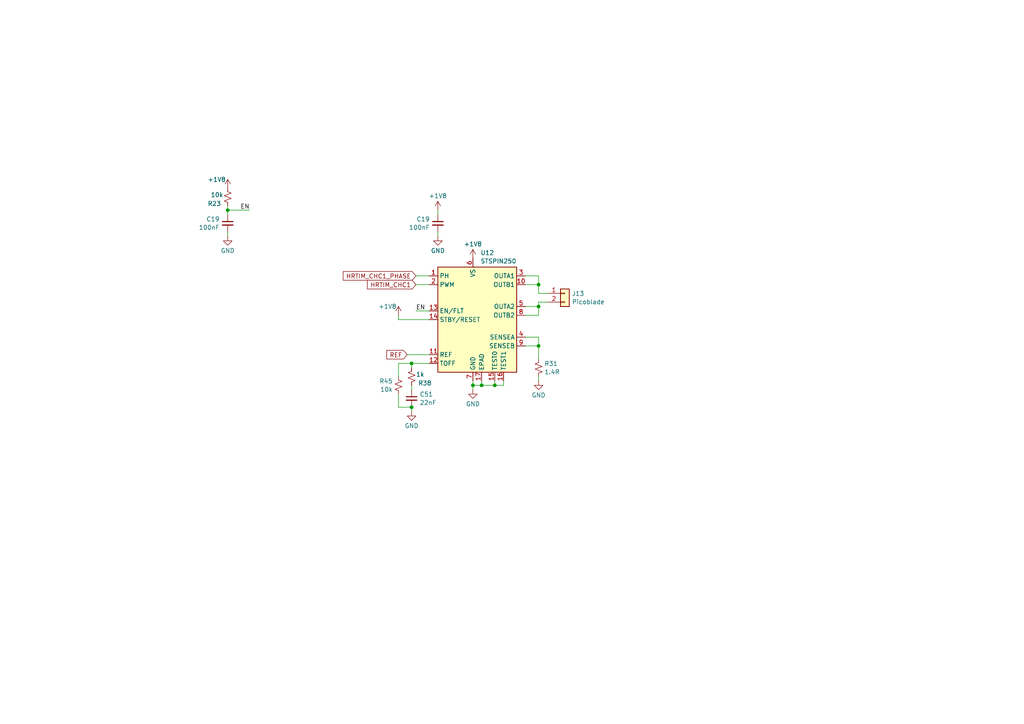
<source format=kicad_sch>
(kicad_sch (version 20230121) (generator eeschema)

  (uuid d3ae3c29-a710-4f7b-94c4-9f99cb159c5b)

  (paper "A4")

  (lib_symbols
    (symbol "Connector_Generic:Conn_01x02" (pin_names (offset 1.016) hide) (in_bom yes) (on_board yes)
      (property "Reference" "J" (at 0 2.54 0)
        (effects (font (size 1.27 1.27)))
      )
      (property "Value" "Conn_01x02" (at 0 -5.08 0)
        (effects (font (size 1.27 1.27)))
      )
      (property "Footprint" "" (at 0 0 0)
        (effects (font (size 1.27 1.27)) hide)
      )
      (property "Datasheet" "~" (at 0 0 0)
        (effects (font (size 1.27 1.27)) hide)
      )
      (property "ki_keywords" "connector" (at 0 0 0)
        (effects (font (size 1.27 1.27)) hide)
      )
      (property "ki_description" "Generic connector, single row, 01x02, script generated (kicad-library-utils/schlib/autogen/connector/)" (at 0 0 0)
        (effects (font (size 1.27 1.27)) hide)
      )
      (property "ki_fp_filters" "Connector*:*_1x??_*" (at 0 0 0)
        (effects (font (size 1.27 1.27)) hide)
      )
      (symbol "Conn_01x02_1_1"
        (rectangle (start -1.27 -2.413) (end 0 -2.667)
          (stroke (width 0.1524) (type default))
          (fill (type none))
        )
        (rectangle (start -1.27 0.127) (end 0 -0.127)
          (stroke (width 0.1524) (type default))
          (fill (type none))
        )
        (rectangle (start -1.27 1.27) (end 1.27 -3.81)
          (stroke (width 0.254) (type default))
          (fill (type background))
        )
        (pin passive line (at -5.08 0 0) (length 3.81)
          (name "Pin_1" (effects (font (size 1.27 1.27))))
          (number "1" (effects (font (size 1.27 1.27))))
        )
        (pin passive line (at -5.08 -2.54 0) (length 3.81)
          (name "Pin_2" (effects (font (size 1.27 1.27))))
          (number "2" (effects (font (size 1.27 1.27))))
        )
      )
    )
    (symbol "Device:C_Small" (pin_numbers hide) (pin_names (offset 0.254) hide) (in_bom yes) (on_board yes)
      (property "Reference" "C" (at 0.254 1.778 0)
        (effects (font (size 1.27 1.27)) (justify left))
      )
      (property "Value" "C_Small" (at 0.254 -2.032 0)
        (effects (font (size 1.27 1.27)) (justify left))
      )
      (property "Footprint" "" (at 0 0 0)
        (effects (font (size 1.27 1.27)) hide)
      )
      (property "Datasheet" "~" (at 0 0 0)
        (effects (font (size 1.27 1.27)) hide)
      )
      (property "ki_keywords" "capacitor cap" (at 0 0 0)
        (effects (font (size 1.27 1.27)) hide)
      )
      (property "ki_description" "Unpolarized capacitor, small symbol" (at 0 0 0)
        (effects (font (size 1.27 1.27)) hide)
      )
      (property "ki_fp_filters" "C_*" (at 0 0 0)
        (effects (font (size 1.27 1.27)) hide)
      )
      (symbol "C_Small_0_1"
        (polyline
          (pts
            (xy -1.524 -0.508)
            (xy 1.524 -0.508)
          )
          (stroke (width 0.3302) (type default))
          (fill (type none))
        )
        (polyline
          (pts
            (xy -1.524 0.508)
            (xy 1.524 0.508)
          )
          (stroke (width 0.3048) (type default))
          (fill (type none))
        )
      )
      (symbol "C_Small_1_1"
        (pin passive line (at 0 2.54 270) (length 2.032)
          (name "~" (effects (font (size 1.27 1.27))))
          (number "1" (effects (font (size 1.27 1.27))))
        )
        (pin passive line (at 0 -2.54 90) (length 2.032)
          (name "~" (effects (font (size 1.27 1.27))))
          (number "2" (effects (font (size 1.27 1.27))))
        )
      )
    )
    (symbol "Device:R_Small_US" (pin_numbers hide) (pin_names (offset 0.254) hide) (in_bom yes) (on_board yes)
      (property "Reference" "R" (at 0.762 0.508 0)
        (effects (font (size 1.27 1.27)) (justify left))
      )
      (property "Value" "R_Small_US" (at 0.762 -1.016 0)
        (effects (font (size 1.27 1.27)) (justify left))
      )
      (property "Footprint" "" (at 0 0 0)
        (effects (font (size 1.27 1.27)) hide)
      )
      (property "Datasheet" "~" (at 0 0 0)
        (effects (font (size 1.27 1.27)) hide)
      )
      (property "ki_keywords" "r resistor" (at 0 0 0)
        (effects (font (size 1.27 1.27)) hide)
      )
      (property "ki_description" "Resistor, small US symbol" (at 0 0 0)
        (effects (font (size 1.27 1.27)) hide)
      )
      (property "ki_fp_filters" "R_*" (at 0 0 0)
        (effects (font (size 1.27 1.27)) hide)
      )
      (symbol "R_Small_US_1_1"
        (polyline
          (pts
            (xy 0 0)
            (xy 1.016 -0.381)
            (xy 0 -0.762)
            (xy -1.016 -1.143)
            (xy 0 -1.524)
          )
          (stroke (width 0) (type default))
          (fill (type none))
        )
        (polyline
          (pts
            (xy 0 1.524)
            (xy 1.016 1.143)
            (xy 0 0.762)
            (xy -1.016 0.381)
            (xy 0 0)
          )
          (stroke (width 0) (type default))
          (fill (type none))
        )
        (pin passive line (at 0 2.54 270) (length 1.016)
          (name "~" (effects (font (size 1.27 1.27))))
          (number "1" (effects (font (size 1.27 1.27))))
        )
        (pin passive line (at 0 -2.54 90) (length 1.016)
          (name "~" (effects (font (size 1.27 1.27))))
          (number "2" (effects (font (size 1.27 1.27))))
        )
      )
    )
    (symbol "components_2:STSPIN250" (in_bom yes) (on_board yes)
      (property "Reference" "U" (at 6.35 21.59 0)
        (effects (font (size 1.27 1.27)))
      )
      (property "Value" "STSPIN250" (at 11.43 19.05 0)
        (effects (font (size 1.27 1.27)))
      )
      (property "Footprint" "" (at 0 24.13 0)
        (effects (font (size 1.27 1.27)) hide)
      )
      (property "Datasheet" "" (at 0 24.13 0)
        (effects (font (size 1.27 1.27)) hide)
      )
      (symbol "STSPIN250_0_1"
        (rectangle (start -10.16 15.24) (end 12.7 -15.24)
          (stroke (width 0.254) (type default))
          (fill (type background))
        )
      )
      (symbol "STSPIN250_1_1"
        (pin input line (at -12.7 12.7 0) (length 2.54)
          (name "PH" (effects (font (size 1.27 1.27))))
          (number "1" (effects (font (size 1.27 1.27))))
        )
        (pin power_out line (at 15.24 10.16 180) (length 2.54)
          (name "OUTB1" (effects (font (size 1.27 1.27))))
          (number "10" (effects (font (size 1.27 1.27))))
        )
        (pin input line (at -12.7 -10.16 0) (length 2.54)
          (name "REF" (effects (font (size 1.27 1.27))))
          (number "11" (effects (font (size 1.27 1.27))))
        )
        (pin input line (at -12.7 -12.7 0) (length 2.54)
          (name "TOFF" (effects (font (size 1.27 1.27))))
          (number "12" (effects (font (size 1.27 1.27))))
        )
        (pin bidirectional line (at -12.7 2.54 0) (length 2.54)
          (name "EN/FLT" (effects (font (size 1.27 1.27))))
          (number "13" (effects (font (size 1.27 1.27))))
        )
        (pin input line (at -12.7 0 0) (length 2.54)
          (name "STBY/RESET" (effects (font (size 1.27 1.27))))
          (number "14" (effects (font (size 1.27 1.27))))
        )
        (pin input line (at 6.35 -17.78 90) (length 2.54)
          (name "TEST0" (effects (font (size 1.27 1.27))))
          (number "15" (effects (font (size 1.27 1.27))))
        )
        (pin input line (at 8.89 -17.78 90) (length 2.54)
          (name "TEST1" (effects (font (size 1.27 1.27))))
          (number "16" (effects (font (size 1.27 1.27))))
        )
        (pin power_in line (at 2.54 -17.78 90) (length 2.54)
          (name "EPAD" (effects (font (size 1.27 1.27))))
          (number "17" (effects (font (size 1.27 1.27))))
        )
        (pin input line (at -12.7 10.16 0) (length 2.54)
          (name "PWM" (effects (font (size 1.27 1.27))))
          (number "2" (effects (font (size 1.27 1.27))))
        )
        (pin power_out line (at 15.24 12.7 180) (length 2.54)
          (name "OUTA1" (effects (font (size 1.27 1.27))))
          (number "3" (effects (font (size 1.27 1.27))))
        )
        (pin power_out line (at 15.24 -5.08 180) (length 2.54)
          (name "SENSEA" (effects (font (size 1.27 1.27))))
          (number "4" (effects (font (size 1.27 1.27))))
        )
        (pin power_out line (at 15.24 3.81 180) (length 2.54)
          (name "OUTA2" (effects (font (size 1.27 1.27))))
          (number "5" (effects (font (size 1.27 1.27))))
        )
        (pin power_in line (at 0 17.78 270) (length 2.54)
          (name "VS" (effects (font (size 1.27 1.27))))
          (number "6" (effects (font (size 1.27 1.27))))
        )
        (pin power_in line (at 0 -17.78 90) (length 2.54)
          (name "GND" (effects (font (size 1.27 1.27))))
          (number "7" (effects (font (size 1.27 1.27))))
        )
        (pin power_out line (at 15.24 1.27 180) (length 2.54)
          (name "OUTB2" (effects (font (size 1.27 1.27))))
          (number "8" (effects (font (size 1.27 1.27))))
        )
        (pin power_out line (at 15.24 -7.62 180) (length 2.54)
          (name "SENSEB" (effects (font (size 1.27 1.27))))
          (number "9" (effects (font (size 1.27 1.27))))
        )
      )
    )
    (symbol "power:+1V8" (power) (pin_names (offset 0)) (in_bom yes) (on_board yes)
      (property "Reference" "#PWR" (at 0 -3.81 0)
        (effects (font (size 1.27 1.27)) hide)
      )
      (property "Value" "+1V8" (at 0 3.556 0)
        (effects (font (size 1.27 1.27)))
      )
      (property "Footprint" "" (at 0 0 0)
        (effects (font (size 1.27 1.27)) hide)
      )
      (property "Datasheet" "" (at 0 0 0)
        (effects (font (size 1.27 1.27)) hide)
      )
      (property "ki_keywords" "global power" (at 0 0 0)
        (effects (font (size 1.27 1.27)) hide)
      )
      (property "ki_description" "Power symbol creates a global label with name \"+1V8\"" (at 0 0 0)
        (effects (font (size 1.27 1.27)) hide)
      )
      (symbol "+1V8_0_1"
        (polyline
          (pts
            (xy -0.762 1.27)
            (xy 0 2.54)
          )
          (stroke (width 0) (type default))
          (fill (type none))
        )
        (polyline
          (pts
            (xy 0 0)
            (xy 0 2.54)
          )
          (stroke (width 0) (type default))
          (fill (type none))
        )
        (polyline
          (pts
            (xy 0 2.54)
            (xy 0.762 1.27)
          )
          (stroke (width 0) (type default))
          (fill (type none))
        )
      )
      (symbol "+1V8_1_1"
        (pin power_in line (at 0 0 90) (length 0) hide
          (name "+1V8" (effects (font (size 1.27 1.27))))
          (number "1" (effects (font (size 1.27 1.27))))
        )
      )
    )
    (symbol "power:GND" (power) (pin_names (offset 0)) (in_bom yes) (on_board yes)
      (property "Reference" "#PWR" (at 0 -6.35 0)
        (effects (font (size 1.27 1.27)) hide)
      )
      (property "Value" "GND" (at 0 -3.81 0)
        (effects (font (size 1.27 1.27)))
      )
      (property "Footprint" "" (at 0 0 0)
        (effects (font (size 1.27 1.27)) hide)
      )
      (property "Datasheet" "" (at 0 0 0)
        (effects (font (size 1.27 1.27)) hide)
      )
      (property "ki_keywords" "global power" (at 0 0 0)
        (effects (font (size 1.27 1.27)) hide)
      )
      (property "ki_description" "Power symbol creates a global label with name \"GND\" , ground" (at 0 0 0)
        (effects (font (size 1.27 1.27)) hide)
      )
      (symbol "GND_0_1"
        (polyline
          (pts
            (xy 0 0)
            (xy 0 -1.27)
            (xy 1.27 -1.27)
            (xy 0 -2.54)
            (xy -1.27 -1.27)
            (xy 0 -1.27)
          )
          (stroke (width 0) (type default))
          (fill (type none))
        )
      )
      (symbol "GND_1_1"
        (pin power_in line (at 0 0 270) (length 0) hide
          (name "GND" (effects (font (size 1.27 1.27))))
          (number "1" (effects (font (size 1.27 1.27))))
        )
      )
    )
  )

  (junction (at 66.04 60.96) (diameter 0) (color 0 0 0 0)
    (uuid 2e560f14-b743-422b-8ced-bed2701b2257)
  )
  (junction (at 156.21 88.9) (diameter 0) (color 0 0 0 0)
    (uuid 434cb4db-e008-497a-ac75-29356549856d)
  )
  (junction (at 156.21 82.55) (diameter 0) (color 0 0 0 0)
    (uuid 73c65292-b353-4b6d-8478-edeff7afb8c7)
  )
  (junction (at 119.38 118.11) (diameter 0) (color 0 0 0 0)
    (uuid 94b6b8c9-8047-4795-9a9c-fb7cd95c839f)
  )
  (junction (at 156.21 100.33) (diameter 0) (color 0 0 0 0)
    (uuid a7a6fb4e-42d6-42a7-bbf0-d6c88e0348fa)
  )
  (junction (at 143.51 111.76) (diameter 0) (color 0 0 0 0)
    (uuid b3b1cf1f-3840-4d7e-9047-79997c3d87d6)
  )
  (junction (at 137.16 111.76) (diameter 0) (color 0 0 0 0)
    (uuid cbccabf5-514d-4f33-a5e2-8afd2e5196d0)
  )
  (junction (at 119.38 105.41) (diameter 0) (color 0 0 0 0)
    (uuid e8e8b19e-38ee-46f6-abe7-2eb9415a0c45)
  )
  (junction (at 139.7 111.76) (diameter 0) (color 0 0 0 0)
    (uuid ef668624-f822-4384-8bde-da48dda47b2b)
  )

  (wire (pts (xy 158.75 87.63) (xy 156.21 87.63))
    (stroke (width 0) (type default))
    (uuid 03cd1acd-860c-41b6-a0cf-6e5051d36e0a)
  )
  (wire (pts (xy 119.38 119.38) (xy 119.38 118.11))
    (stroke (width 0) (type default))
    (uuid 0b449ecc-9c82-4820-8698-d2d4d1a6b484)
  )
  (wire (pts (xy 152.4 91.44) (xy 156.21 91.44))
    (stroke (width 0) (type default))
    (uuid 0eadbab4-a729-4a40-b7f8-df60fec4a64f)
  )
  (wire (pts (xy 115.57 92.71) (xy 124.46 92.71))
    (stroke (width 0) (type default))
    (uuid 0f466d35-9b0b-4ceb-b8cd-ea19adb3e898)
  )
  (wire (pts (xy 143.51 111.76) (xy 143.51 110.49))
    (stroke (width 0) (type default))
    (uuid 19da91f9-6a5f-48be-9fcf-aa2467619f8e)
  )
  (wire (pts (xy 156.21 100.33) (xy 156.21 104.14))
    (stroke (width 0) (type default))
    (uuid 1b9f4e11-f494-4182-b389-bc772a267783)
  )
  (wire (pts (xy 115.57 105.41) (xy 119.38 105.41))
    (stroke (width 0) (type default))
    (uuid 20724527-7776-4670-b0cc-9f7d650e952e)
  )
  (wire (pts (xy 156.21 97.79) (xy 156.21 100.33))
    (stroke (width 0) (type default))
    (uuid 23522f3e-82c7-4660-bf36-698bed9ff747)
  )
  (wire (pts (xy 115.57 105.41) (xy 115.57 109.22))
    (stroke (width 0) (type default))
    (uuid 266f7f8c-85f0-4bfc-ac14-3e43d1278dbb)
  )
  (wire (pts (xy 66.04 59.69) (xy 66.04 60.96))
    (stroke (width 0) (type default))
    (uuid 27d153b9-ae21-4b95-8aaa-438325da5cc9)
  )
  (wire (pts (xy 118.11 102.87) (xy 124.46 102.87))
    (stroke (width 0) (type default))
    (uuid 281cc014-5e66-4632-bf75-9540f4ceba37)
  )
  (wire (pts (xy 139.7 111.76) (xy 143.51 111.76))
    (stroke (width 0) (type default))
    (uuid 2c7a6d3a-27d4-47e9-a4c8-a2f54c3346dd)
  )
  (wire (pts (xy 66.04 60.96) (xy 66.04 62.23))
    (stroke (width 0) (type default))
    (uuid 2d7e1cce-2762-4cf0-8d3e-53ad41d0fbbd)
  )
  (wire (pts (xy 115.57 91.44) (xy 115.57 92.71))
    (stroke (width 0) (type default))
    (uuid 2e373b68-696b-43be-8c67-9f63ce48e298)
  )
  (wire (pts (xy 119.38 111.76) (xy 119.38 113.03))
    (stroke (width 0) (type default))
    (uuid 2e7aa4f7-2f59-45c0-9c9e-df1fa5d386ac)
  )
  (wire (pts (xy 120.65 80.01) (xy 124.46 80.01))
    (stroke (width 0) (type default))
    (uuid 314ba54d-e9a2-486b-921a-5a0ddb5b3429)
  )
  (wire (pts (xy 156.21 88.9) (xy 156.21 91.44))
    (stroke (width 0) (type default))
    (uuid 445ea813-6607-4352-8695-0473fe659a8a)
  )
  (wire (pts (xy 137.16 111.76) (xy 137.16 113.03))
    (stroke (width 0) (type default))
    (uuid 45a19862-9131-4617-be6d-7f257a3c5054)
  )
  (wire (pts (xy 139.7 111.76) (xy 139.7 110.49))
    (stroke (width 0) (type default))
    (uuid 487c0dd1-8201-4f33-b8f2-393144b038f8)
  )
  (wire (pts (xy 146.05 111.76) (xy 146.05 110.49))
    (stroke (width 0) (type default))
    (uuid 4ce01599-ccbc-4594-b42d-d099858787a8)
  )
  (wire (pts (xy 137.16 110.49) (xy 137.16 111.76))
    (stroke (width 0) (type default))
    (uuid 603a7429-cd78-4607-ab5d-caf3dfa7385e)
  )
  (wire (pts (xy 156.21 85.09) (xy 158.75 85.09))
    (stroke (width 0) (type default))
    (uuid 6d3e1bae-fd32-4e05-b28b-78396ec183c2)
  )
  (wire (pts (xy 127 67.31) (xy 127 68.58))
    (stroke (width 0) (type default))
    (uuid 78851fe2-9688-4dbc-9a81-e27ce981c1f3)
  )
  (wire (pts (xy 156.21 82.55) (xy 156.21 85.09))
    (stroke (width 0) (type default))
    (uuid 815d45b0-8540-4fa8-8a69-4ab3476e3638)
  )
  (wire (pts (xy 120.65 82.55) (xy 124.46 82.55))
    (stroke (width 0) (type default))
    (uuid 8f0fce44-84eb-4dfa-8545-854373ef3b63)
  )
  (wire (pts (xy 152.4 82.55) (xy 156.21 82.55))
    (stroke (width 0) (type default))
    (uuid 911ea3c5-c522-48e4-b8b7-ffe02eb55a93)
  )
  (wire (pts (xy 143.51 111.76) (xy 146.05 111.76))
    (stroke (width 0) (type default))
    (uuid 91d6b792-46f7-47f9-91e4-44f1397bc96d)
  )
  (wire (pts (xy 152.4 97.79) (xy 156.21 97.79))
    (stroke (width 0) (type default))
    (uuid a13d80eb-dd9f-4a70-b224-482e1c96e3df)
  )
  (wire (pts (xy 156.21 88.9) (xy 152.4 88.9))
    (stroke (width 0) (type default))
    (uuid a660deba-e634-41a5-9be9-1acdd54ca362)
  )
  (wire (pts (xy 152.4 100.33) (xy 156.21 100.33))
    (stroke (width 0) (type default))
    (uuid b7184f51-76fc-4818-af53-3af825e81bd1)
  )
  (wire (pts (xy 66.04 60.96) (xy 72.39 60.96))
    (stroke (width 0) (type default))
    (uuid b9d9ac7d-298f-43af-b9e0-3462ab5367ad)
  )
  (wire (pts (xy 66.04 67.31) (xy 66.04 68.58))
    (stroke (width 0) (type default))
    (uuid c1802a15-503c-4f2e-b24b-a102dee6c452)
  )
  (wire (pts (xy 115.57 118.11) (xy 119.38 118.11))
    (stroke (width 0) (type default))
    (uuid c318da2f-fddf-4636-993e-5bc7cca1beac)
  )
  (wire (pts (xy 156.21 80.01) (xy 156.21 82.55))
    (stroke (width 0) (type default))
    (uuid df2ba190-63ee-43e9-80ec-603bc7b1877f)
  )
  (wire (pts (xy 137.16 111.76) (xy 139.7 111.76))
    (stroke (width 0) (type default))
    (uuid e3059f48-6eba-4772-a1e5-7160201bb03c)
  )
  (wire (pts (xy 120.65 90.17) (xy 124.46 90.17))
    (stroke (width 0) (type default))
    (uuid e9a31b84-fa76-47dc-b181-4530f0359c14)
  )
  (wire (pts (xy 156.21 109.22) (xy 156.21 110.49))
    (stroke (width 0) (type default))
    (uuid eb020714-22ff-400a-b95c-78631cd48784)
  )
  (wire (pts (xy 119.38 105.41) (xy 119.38 106.68))
    (stroke (width 0) (type default))
    (uuid f1eb8655-58c5-4a22-8f79-c4cc1f1bf9d1)
  )
  (wire (pts (xy 127 60.96) (xy 127 62.23))
    (stroke (width 0) (type default))
    (uuid f720122c-4380-418b-9614-9675d2e484e4)
  )
  (wire (pts (xy 115.57 114.3) (xy 115.57 118.11))
    (stroke (width 0) (type default))
    (uuid f7316a7e-2476-4819-8fb7-96fb7a77e1e5)
  )
  (wire (pts (xy 119.38 105.41) (xy 124.46 105.41))
    (stroke (width 0) (type default))
    (uuid f7a28afd-0294-4a52-a35d-87b0cb052b0f)
  )
  (wire (pts (xy 156.21 87.63) (xy 156.21 88.9))
    (stroke (width 0) (type default))
    (uuid fd07932c-b6c9-4dc1-bdde-48111e3bddea)
  )
  (wire (pts (xy 152.4 80.01) (xy 156.21 80.01))
    (stroke (width 0) (type default))
    (uuid fd3999ed-52e0-460b-b2ea-b4287d468792)
  )

  (label "EN" (at 72.39 60.96 180) (fields_autoplaced)
    (effects (font (size 1.27 1.27)) (justify right bottom))
    (uuid 2d86b8ec-e8e8-402d-8816-1142ed52630a)
  )
  (label "EN" (at 120.65 90.17 0) (fields_autoplaced)
    (effects (font (size 1.27 1.27)) (justify left bottom))
    (uuid cc3ae181-a2dc-4730-89a8-d239b9afe088)
  )

  (global_label "HRTIM_CHC1" (shape input) (at 120.65 82.55 180) (fields_autoplaced)
    (effects (font (size 1.27 1.27)) (justify right))
    (uuid a86cd593-723a-415e-8a96-5a3b8119dfad)
    (property "Intersheetrefs" "${INTERSHEET_REFS}" (at 105.9929 82.55 0)
      (effects (font (size 1.27 1.27)) (justify right) hide)
    )
  )
  (global_label "REF" (shape input) (at 118.11 102.87 180) (fields_autoplaced)
    (effects (font (size 1.27 1.27)) (justify right))
    (uuid f1196806-c75a-4693-af24-af2df62e7d4a)
    (property "Intersheetrefs" "${INTERSHEET_REFS}" (at 111.6172 102.87 0)
      (effects (font (size 1.27 1.27)) (justify right) hide)
    )
  )
  (global_label "HRTIM_CHC1_PHASE" (shape input) (at 120.65 80.01 180) (fields_autoplaced)
    (effects (font (size 1.27 1.27)) (justify right))
    (uuid f7d010d5-e6f1-443e-8d63-02b574bcc501)
    (property "Intersheetrefs" "${INTERSHEET_REFS}" (at 98.9777 80.01 0)
      (effects (font (size 1.27 1.27)) (justify right) hide)
    )
  )

  (symbol (lib_id "components_2:STSPIN250") (at 137.16 92.71 0) (unit 1)
    (in_bom yes) (on_board yes) (dnp no) (fields_autoplaced)
    (uuid 19eeca92-6ca8-4a31-b672-8fde65669788)
    (property "Reference" "U12" (at 139.3541 73.3257 0)
      (effects (font (size 1.27 1.27)) (justify left))
    )
    (property "Value" "STSPIN250" (at 139.3541 75.7499 0)
      (effects (font (size 1.27 1.27)) (justify left))
    )
    (property "Footprint" "Ultra_librarian:VFQFPN16_STSPIN_STM" (at 137.16 68.58 0)
      (effects (font (size 1.27 1.27)) hide)
    )
    (property "Datasheet" "" (at 137.16 68.58 0)
      (effects (font (size 1.27 1.27)) hide)
    )
    (property "LCSC" "C155561" (at 137.16 92.71 0)
      (effects (font (size 1.27 1.27)) hide)
    )
    (pin "1" (uuid e46c6c14-ad89-41e7-8adc-19629b9363a5))
    (pin "10" (uuid 97811da0-6c20-4a56-8acc-ede948d652a4))
    (pin "11" (uuid 6cd8da83-5e41-42b5-9795-1502d753ce59))
    (pin "12" (uuid 5072d2bc-849c-45b0-86a6-f246efd8c396))
    (pin "13" (uuid 4e2c5edb-598c-4673-981e-bcf1a29386c7))
    (pin "14" (uuid ed236e16-818c-40c0-8947-e853eeccb1af))
    (pin "15" (uuid 027bc0af-25d8-4ee4-b50a-e4daa7fb83c4))
    (pin "16" (uuid 1f78152d-2d05-4851-8d13-4c6d33a2c056))
    (pin "17" (uuid 2a41c778-4014-4d8b-a467-265f45364098))
    (pin "2" (uuid d0ed151e-5bd0-4e9e-9f18-83566a9c2c95))
    (pin "3" (uuid e5cded07-f179-4277-acae-df617063fae1))
    (pin "4" (uuid 7dcbdaa4-9ce3-441b-bc2b-1453d2e23489))
    (pin "5" (uuid 73c7dc44-4717-45ba-9c72-8d83ddba3050))
    (pin "6" (uuid b625d927-c8b1-4d35-b443-f77956de00b2))
    (pin "7" (uuid fac90f5f-7773-4d00-a29d-cf122037bab4))
    (pin "8" (uuid a5d3c886-c924-40c6-89f2-10d7a9adb180))
    (pin "9" (uuid 917c6d82-403f-49be-8bb7-e6186ace1d0d))
    (instances
      (project "KASM_PCB_REV1"
        (path "/bcd76057-59fd-41c5-bb52-9bafb2ef74e0/04e958db-aa3d-41e7-905b-1283accbf3a5"
          (reference "U12") (unit 1)
        )
        (path "/bcd76057-59fd-41c5-bb52-9bafb2ef74e0/04e958db-aa3d-41e7-905b-1283accbf3a5/18dc00ae-3159-4780-b672-12977f79e5ac"
          (reference "U5") (unit 1)
        )
        (path "/bcd76057-59fd-41c5-bb52-9bafb2ef74e0/04e958db-aa3d-41e7-905b-1283accbf3a5/fa3e3175-0ec2-4c23-918b-18b69f6d22c9"
          (reference "U7") (unit 1)
        )
        (path "/bcd76057-59fd-41c5-bb52-9bafb2ef74e0/04e958db-aa3d-41e7-905b-1283accbf3a5/5eb57887-e81e-4477-9dd7-7aacc0de0d0b"
          (reference "U34") (unit 1)
        )
        (path "/bcd76057-59fd-41c5-bb52-9bafb2ef74e0/04e958db-aa3d-41e7-905b-1283accbf3a5/e0928f68-e618-4bed-a90d-d4217e4537fe"
          (reference "U35") (unit 1)
        )
        (path "/bcd76057-59fd-41c5-bb52-9bafb2ef74e0/04e958db-aa3d-41e7-905b-1283accbf3a5/035548b8-a31f-4ce4-88ad-eb25e49c8086"
          (reference "U36") (unit 1)
        )
        (path "/bcd76057-59fd-41c5-bb52-9bafb2ef74e0/04e958db-aa3d-41e7-905b-1283accbf3a5/ea7abcee-3bcc-4e0d-ba1f-bfc5afeaff56"
          (reference "U37") (unit 1)
        )
        (path "/bcd76057-59fd-41c5-bb52-9bafb2ef74e0/04e958db-aa3d-41e7-905b-1283accbf3a5/d43b2610-0e88-49f5-accf-91021c3a3747"
          (reference "U38") (unit 1)
        )
        (path "/bcd76057-59fd-41c5-bb52-9bafb2ef74e0/04e958db-aa3d-41e7-905b-1283accbf3a5/183aa310-3222-4137-baac-257f5699b820"
          (reference "U39") (unit 1)
        )
        (path "/bcd76057-59fd-41c5-bb52-9bafb2ef74e0/04e958db-aa3d-41e7-905b-1283accbf3a5/517c7ed0-094c-4bf8-893e-b74da427973a"
          (reference "U40") (unit 1)
        )
        (path "/bcd76057-59fd-41c5-bb52-9bafb2ef74e0/04e958db-aa3d-41e7-905b-1283accbf3a5/31bee4a8-b94d-44ab-a7b7-0e5ab7943934"
          (reference "U41") (unit 1)
        )
        (path "/bcd76057-59fd-41c5-bb52-9bafb2ef74e0/04e958db-aa3d-41e7-905b-1283accbf3a5/3c7f0f67-84e4-46e0-ae69-a3c8008fc518"
          (reference "U42") (unit 1)
        )
        (path "/bcd76057-59fd-41c5-bb52-9bafb2ef74e0/04e958db-aa3d-41e7-905b-1283accbf3a5/09624144-9abc-4214-b8b3-19be92fa01bb"
          (reference "U43") (unit 1)
        )
        (path "/bcd76057-59fd-41c5-bb52-9bafb2ef74e0/04e958db-aa3d-41e7-905b-1283accbf3a5/debcf873-ffd9-4218-a838-354e10f40114"
          (reference "U44") (unit 1)
        )
        (path "/bcd76057-59fd-41c5-bb52-9bafb2ef74e0/04e958db-aa3d-41e7-905b-1283accbf3a5/f3d20732-cdac-44e3-a331-3cd31b97ff57"
          (reference "U45") (unit 1)
        )
        (path "/bcd76057-59fd-41c5-bb52-9bafb2ef74e0/04e958db-aa3d-41e7-905b-1283accbf3a5/d282b751-7721-4014-b2b7-469980c2fd3d"
          (reference "U46") (unit 1)
        )
        (path "/bcd76057-59fd-41c5-bb52-9bafb2ef74e0/04e958db-aa3d-41e7-905b-1283accbf3a5/2f342150-1aa1-4808-811e-c8652a7360ed"
          (reference "U47") (unit 1)
        )
        (path "/bcd76057-59fd-41c5-bb52-9bafb2ef74e0/04e958db-aa3d-41e7-905b-1283accbf3a5/880b3b36-85e8-4c3c-aa09-491ac2842d9f"
          (reference "U48") (unit 1)
        )
        (path "/bcd76057-59fd-41c5-bb52-9bafb2ef74e0/04e958db-aa3d-41e7-905b-1283accbf3a5/a00a6dc6-5da7-4e1f-b4ec-6af8efc204f4"
          (reference "U49") (unit 1)
        )
        (path "/bcd76057-59fd-41c5-bb52-9bafb2ef74e0/04e958db-aa3d-41e7-905b-1283accbf3a5/fb97f32a-344e-42d0-80a3-2f30f649c95b"
          (reference "U50") (unit 1)
        )
        (path "/bcd76057-59fd-41c5-bb52-9bafb2ef74e0/04e958db-aa3d-41e7-905b-1283accbf3a5/758d2951-640e-4c88-be12-1a100eb086a5"
          (reference "U51") (unit 1)
        )
        (path "/bcd76057-59fd-41c5-bb52-9bafb2ef74e0/04e958db-aa3d-41e7-905b-1283accbf3a5/1e6d7f69-4122-453e-9254-d2339f5150d7"
          (reference "U52") (unit 1)
        )
        (path "/bcd76057-59fd-41c5-bb52-9bafb2ef74e0/04e958db-aa3d-41e7-905b-1283accbf3a5/cc8e9e82-b38f-4c96-81d0-3ca8ac77f771"
          (reference "U53") (unit 1)
        )
        (path "/bcd76057-59fd-41c5-bb52-9bafb2ef74e0/04e958db-aa3d-41e7-905b-1283accbf3a5/b1894ed9-6a63-4439-a2e8-1827c3e49ee7"
          (reference "U54") (unit 1)
        )
        (path "/bcd76057-59fd-41c5-bb52-9bafb2ef74e0/04e958db-aa3d-41e7-905b-1283accbf3a5/a49d49c7-da1f-4137-a620-bdc9f58595d1"
          (reference "U55") (unit 1)
        )
        (path "/bcd76057-59fd-41c5-bb52-9bafb2ef74e0/04e958db-aa3d-41e7-905b-1283accbf3a5/80cd4e08-0efe-488f-8e92-54beb1b4d1f2"
          (reference "U56") (unit 1)
        )
        (path "/bcd76057-59fd-41c5-bb52-9bafb2ef74e0/04e958db-aa3d-41e7-905b-1283accbf3a5/317da025-5f62-4c93-8d06-7954e608af1c"
          (reference "U57") (unit 1)
        )
        (path "/bcd76057-59fd-41c5-bb52-9bafb2ef74e0/04e958db-aa3d-41e7-905b-1283accbf3a5/0e4a8bf2-0dd0-4daf-93f5-21aaab6e9079"
          (reference "U12") (unit 1)
        )
      )
    )
  )

  (symbol (lib_id "power:GND") (at 119.38 119.38 0) (unit 1)
    (in_bom yes) (on_board yes) (dnp no)
    (uuid 1b560aea-f1d1-4242-9055-9226e0b1f112)
    (property "Reference" "#PWR0113" (at 119.38 125.73 0)
      (effects (font (size 1.27 1.27)) hide)
    )
    (property "Value" "GND" (at 119.38 123.5131 0)
      (effects (font (size 1.27 1.27)))
    )
    (property "Footprint" "" (at 119.38 119.38 0)
      (effects (font (size 1.27 1.27)) hide)
    )
    (property "Datasheet" "" (at 119.38 119.38 0)
      (effects (font (size 1.27 1.27)) hide)
    )
    (pin "1" (uuid 4637a27a-c5c6-4311-b6dc-3fecae4bd51a))
    (instances
      (project "KASM_PCB_REV1"
        (path "/bcd76057-59fd-41c5-bb52-9bafb2ef74e0/04e958db-aa3d-41e7-905b-1283accbf3a5"
          (reference "#PWR0113") (unit 1)
        )
        (path "/bcd76057-59fd-41c5-bb52-9bafb2ef74e0/04e958db-aa3d-41e7-905b-1283accbf3a5/18dc00ae-3159-4780-b672-12977f79e5ac"
          (reference "#PWR0106") (unit 1)
        )
        (path "/bcd76057-59fd-41c5-bb52-9bafb2ef74e0/04e958db-aa3d-41e7-905b-1283accbf3a5/fa3e3175-0ec2-4c23-918b-18b69f6d22c9"
          (reference "#PWR0108") (unit 1)
        )
        (path "/bcd76057-59fd-41c5-bb52-9bafb2ef74e0/04e958db-aa3d-41e7-905b-1283accbf3a5/5eb57887-e81e-4477-9dd7-7aacc0de0d0b"
          (reference "#PWR0269") (unit 1)
        )
        (path "/bcd76057-59fd-41c5-bb52-9bafb2ef74e0/04e958db-aa3d-41e7-905b-1283accbf3a5/e0928f68-e618-4bed-a90d-d4217e4537fe"
          (reference "#PWR0276") (unit 1)
        )
        (path "/bcd76057-59fd-41c5-bb52-9bafb2ef74e0/04e958db-aa3d-41e7-905b-1283accbf3a5/035548b8-a31f-4ce4-88ad-eb25e49c8086"
          (reference "#PWR0283") (unit 1)
        )
        (path "/bcd76057-59fd-41c5-bb52-9bafb2ef74e0/04e958db-aa3d-41e7-905b-1283accbf3a5/ea7abcee-3bcc-4e0d-ba1f-bfc5afeaff56"
          (reference "#PWR0290") (unit 1)
        )
        (path "/bcd76057-59fd-41c5-bb52-9bafb2ef74e0/04e958db-aa3d-41e7-905b-1283accbf3a5/d43b2610-0e88-49f5-accf-91021c3a3747"
          (reference "#PWR0297") (unit 1)
        )
        (path "/bcd76057-59fd-41c5-bb52-9bafb2ef74e0/04e958db-aa3d-41e7-905b-1283accbf3a5/183aa310-3222-4137-baac-257f5699b820"
          (reference "#PWR0304") (unit 1)
        )
        (path "/bcd76057-59fd-41c5-bb52-9bafb2ef74e0/04e958db-aa3d-41e7-905b-1283accbf3a5/517c7ed0-094c-4bf8-893e-b74da427973a"
          (reference "#PWR0311") (unit 1)
        )
        (path "/bcd76057-59fd-41c5-bb52-9bafb2ef74e0/04e958db-aa3d-41e7-905b-1283accbf3a5/31bee4a8-b94d-44ab-a7b7-0e5ab7943934"
          (reference "#PWR0318") (unit 1)
        )
        (path "/bcd76057-59fd-41c5-bb52-9bafb2ef74e0/04e958db-aa3d-41e7-905b-1283accbf3a5/3c7f0f67-84e4-46e0-ae69-a3c8008fc518"
          (reference "#PWR0325") (unit 1)
        )
        (path "/bcd76057-59fd-41c5-bb52-9bafb2ef74e0/04e958db-aa3d-41e7-905b-1283accbf3a5/09624144-9abc-4214-b8b3-19be92fa01bb"
          (reference "#PWR0332") (unit 1)
        )
        (path "/bcd76057-59fd-41c5-bb52-9bafb2ef74e0/04e958db-aa3d-41e7-905b-1283accbf3a5/debcf873-ffd9-4218-a838-354e10f40114"
          (reference "#PWR0339") (unit 1)
        )
        (path "/bcd76057-59fd-41c5-bb52-9bafb2ef74e0/04e958db-aa3d-41e7-905b-1283accbf3a5/f3d20732-cdac-44e3-a331-3cd31b97ff57"
          (reference "#PWR0346") (unit 1)
        )
        (path "/bcd76057-59fd-41c5-bb52-9bafb2ef74e0/04e958db-aa3d-41e7-905b-1283accbf3a5/d282b751-7721-4014-b2b7-469980c2fd3d"
          (reference "#PWR0353") (unit 1)
        )
        (path "/bcd76057-59fd-41c5-bb52-9bafb2ef74e0/04e958db-aa3d-41e7-905b-1283accbf3a5/2f342150-1aa1-4808-811e-c8652a7360ed"
          (reference "#PWR0360") (unit 1)
        )
        (path "/bcd76057-59fd-41c5-bb52-9bafb2ef74e0/04e958db-aa3d-41e7-905b-1283accbf3a5/880b3b36-85e8-4c3c-aa09-491ac2842d9f"
          (reference "#PWR0367") (unit 1)
        )
        (path "/bcd76057-59fd-41c5-bb52-9bafb2ef74e0/04e958db-aa3d-41e7-905b-1283accbf3a5/a00a6dc6-5da7-4e1f-b4ec-6af8efc204f4"
          (reference "#PWR0374") (unit 1)
        )
        (path "/bcd76057-59fd-41c5-bb52-9bafb2ef74e0/04e958db-aa3d-41e7-905b-1283accbf3a5/fb97f32a-344e-42d0-80a3-2f30f649c95b"
          (reference "#PWR0381") (unit 1)
        )
        (path "/bcd76057-59fd-41c5-bb52-9bafb2ef74e0/04e958db-aa3d-41e7-905b-1283accbf3a5/758d2951-640e-4c88-be12-1a100eb086a5"
          (reference "#PWR0388") (unit 1)
        )
        (path "/bcd76057-59fd-41c5-bb52-9bafb2ef74e0/04e958db-aa3d-41e7-905b-1283accbf3a5/1e6d7f69-4122-453e-9254-d2339f5150d7"
          (reference "#PWR0395") (unit 1)
        )
        (path "/bcd76057-59fd-41c5-bb52-9bafb2ef74e0/04e958db-aa3d-41e7-905b-1283accbf3a5/cc8e9e82-b38f-4c96-81d0-3ca8ac77f771"
          (reference "#PWR0402") (unit 1)
        )
        (path "/bcd76057-59fd-41c5-bb52-9bafb2ef74e0/04e958db-aa3d-41e7-905b-1283accbf3a5/b1894ed9-6a63-4439-a2e8-1827c3e49ee7"
          (reference "#PWR0409") (unit 1)
        )
        (path "/bcd76057-59fd-41c5-bb52-9bafb2ef74e0/04e958db-aa3d-41e7-905b-1283accbf3a5/a49d49c7-da1f-4137-a620-bdc9f58595d1"
          (reference "#PWR0416") (unit 1)
        )
        (path "/bcd76057-59fd-41c5-bb52-9bafb2ef74e0/04e958db-aa3d-41e7-905b-1283accbf3a5/80cd4e08-0efe-488f-8e92-54beb1b4d1f2"
          (reference "#PWR0423") (unit 1)
        )
        (path "/bcd76057-59fd-41c5-bb52-9bafb2ef74e0/04e958db-aa3d-41e7-905b-1283accbf3a5/317da025-5f62-4c93-8d06-7954e608af1c"
          (reference "#PWR0430") (unit 1)
        )
        (path "/bcd76057-59fd-41c5-bb52-9bafb2ef74e0/04e958db-aa3d-41e7-905b-1283accbf3a5/0e4a8bf2-0dd0-4daf-93f5-21aaab6e9079"
          (reference "#PWR0262") (unit 1)
        )
      )
    )
  )

  (symbol (lib_id "Device:R_Small_US") (at 115.57 111.76 0) (unit 1)
    (in_bom yes) (on_board yes) (dnp no)
    (uuid 1c0f638b-f20f-4b2e-b1b4-83a656ba64a2)
    (property "Reference" "R45" (at 113.919 110.5479 0)
      (effects (font (size 1.27 1.27)) (justify right))
    )
    (property "Value" "10k" (at 113.919 112.9721 0)
      (effects (font (size 1.27 1.27)) (justify right))
    )
    (property "Footprint" "Resistor_SMD:R_0402_1005Metric" (at 115.57 111.76 0)
      (effects (font (size 1.27 1.27)) hide)
    )
    (property "Datasheet" "~" (at 115.57 111.76 0)
      (effects (font (size 1.27 1.27)) hide)
    )
    (property "LCSC" "C25744" (at 115.57 111.76 0)
      (effects (font (size 1.27 1.27)) hide)
    )
    (pin "1" (uuid 32b177db-daf9-4a6b-9c8f-4c4a6aa2c23e))
    (pin "2" (uuid 07fe93d4-1469-4ba6-a4b1-0eeff5425a0e))
    (instances
      (project "KASM_PCB_REV1"
        (path "/bcd76057-59fd-41c5-bb52-9bafb2ef74e0/04e958db-aa3d-41e7-905b-1283accbf3a5"
          (reference "R45") (unit 1)
        )
        (path "/bcd76057-59fd-41c5-bb52-9bafb2ef74e0/04e958db-aa3d-41e7-905b-1283accbf3a5/18dc00ae-3159-4780-b672-12977f79e5ac"
          (reference "R45") (unit 1)
        )
        (path "/bcd76057-59fd-41c5-bb52-9bafb2ef74e0/04e958db-aa3d-41e7-905b-1283accbf3a5/fa3e3175-0ec2-4c23-918b-18b69f6d22c9"
          (reference "R40") (unit 1)
        )
        (path "/bcd76057-59fd-41c5-bb52-9bafb2ef74e0/04e958db-aa3d-41e7-905b-1283accbf3a5/5eb57887-e81e-4477-9dd7-7aacc0de0d0b"
          (reference "R113") (unit 1)
        )
        (path "/bcd76057-59fd-41c5-bb52-9bafb2ef74e0/04e958db-aa3d-41e7-905b-1283accbf3a5/e0928f68-e618-4bed-a90d-d4217e4537fe"
          (reference "R116") (unit 1)
        )
        (path "/bcd76057-59fd-41c5-bb52-9bafb2ef74e0/04e958db-aa3d-41e7-905b-1283accbf3a5/035548b8-a31f-4ce4-88ad-eb25e49c8086"
          (reference "R119") (unit 1)
        )
        (path "/bcd76057-59fd-41c5-bb52-9bafb2ef74e0/04e958db-aa3d-41e7-905b-1283accbf3a5/ea7abcee-3bcc-4e0d-ba1f-bfc5afeaff56"
          (reference "R122") (unit 1)
        )
        (path "/bcd76057-59fd-41c5-bb52-9bafb2ef74e0/04e958db-aa3d-41e7-905b-1283accbf3a5/d43b2610-0e88-49f5-accf-91021c3a3747"
          (reference "R125") (unit 1)
        )
        (path "/bcd76057-59fd-41c5-bb52-9bafb2ef74e0/04e958db-aa3d-41e7-905b-1283accbf3a5/183aa310-3222-4137-baac-257f5699b820"
          (reference "R128") (unit 1)
        )
        (path "/bcd76057-59fd-41c5-bb52-9bafb2ef74e0/04e958db-aa3d-41e7-905b-1283accbf3a5/517c7ed0-094c-4bf8-893e-b74da427973a"
          (reference "R131") (unit 1)
        )
        (path "/bcd76057-59fd-41c5-bb52-9bafb2ef74e0/04e958db-aa3d-41e7-905b-1283accbf3a5/31bee4a8-b94d-44ab-a7b7-0e5ab7943934"
          (reference "R134") (unit 1)
        )
        (path "/bcd76057-59fd-41c5-bb52-9bafb2ef74e0/04e958db-aa3d-41e7-905b-1283accbf3a5/3c7f0f67-84e4-46e0-ae69-a3c8008fc518"
          (reference "R137") (unit 1)
        )
        (path "/bcd76057-59fd-41c5-bb52-9bafb2ef74e0/04e958db-aa3d-41e7-905b-1283accbf3a5/09624144-9abc-4214-b8b3-19be92fa01bb"
          (reference "R140") (unit 1)
        )
        (path "/bcd76057-59fd-41c5-bb52-9bafb2ef74e0/04e958db-aa3d-41e7-905b-1283accbf3a5/debcf873-ffd9-4218-a838-354e10f40114"
          (reference "R143") (unit 1)
        )
        (path "/bcd76057-59fd-41c5-bb52-9bafb2ef74e0/04e958db-aa3d-41e7-905b-1283accbf3a5/f3d20732-cdac-44e3-a331-3cd31b97ff57"
          (reference "R146") (unit 1)
        )
        (path "/bcd76057-59fd-41c5-bb52-9bafb2ef74e0/04e958db-aa3d-41e7-905b-1283accbf3a5/d282b751-7721-4014-b2b7-469980c2fd3d"
          (reference "R149") (unit 1)
        )
        (path "/bcd76057-59fd-41c5-bb52-9bafb2ef74e0/04e958db-aa3d-41e7-905b-1283accbf3a5/2f342150-1aa1-4808-811e-c8652a7360ed"
          (reference "R152") (unit 1)
        )
        (path "/bcd76057-59fd-41c5-bb52-9bafb2ef74e0/04e958db-aa3d-41e7-905b-1283accbf3a5/880b3b36-85e8-4c3c-aa09-491ac2842d9f"
          (reference "R155") (unit 1)
        )
        (path "/bcd76057-59fd-41c5-bb52-9bafb2ef74e0/04e958db-aa3d-41e7-905b-1283accbf3a5/a00a6dc6-5da7-4e1f-b4ec-6af8efc204f4"
          (reference "R158") (unit 1)
        )
        (path "/bcd76057-59fd-41c5-bb52-9bafb2ef74e0/04e958db-aa3d-41e7-905b-1283accbf3a5/fb97f32a-344e-42d0-80a3-2f30f649c95b"
          (reference "R161") (unit 1)
        )
        (path "/bcd76057-59fd-41c5-bb52-9bafb2ef74e0/04e958db-aa3d-41e7-905b-1283accbf3a5/758d2951-640e-4c88-be12-1a100eb086a5"
          (reference "R164") (unit 1)
        )
        (path "/bcd76057-59fd-41c5-bb52-9bafb2ef74e0/04e958db-aa3d-41e7-905b-1283accbf3a5/1e6d7f69-4122-453e-9254-d2339f5150d7"
          (reference "R167") (unit 1)
        )
        (path "/bcd76057-59fd-41c5-bb52-9bafb2ef74e0/04e958db-aa3d-41e7-905b-1283accbf3a5/cc8e9e82-b38f-4c96-81d0-3ca8ac77f771"
          (reference "R170") (unit 1)
        )
        (path "/bcd76057-59fd-41c5-bb52-9bafb2ef74e0/04e958db-aa3d-41e7-905b-1283accbf3a5/b1894ed9-6a63-4439-a2e8-1827c3e49ee7"
          (reference "R173") (unit 1)
        )
        (path "/bcd76057-59fd-41c5-bb52-9bafb2ef74e0/04e958db-aa3d-41e7-905b-1283accbf3a5/a49d49c7-da1f-4137-a620-bdc9f58595d1"
          (reference "R176") (unit 1)
        )
        (path "/bcd76057-59fd-41c5-bb52-9bafb2ef74e0/04e958db-aa3d-41e7-905b-1283accbf3a5/80cd4e08-0efe-488f-8e92-54beb1b4d1f2"
          (reference "R179") (unit 1)
        )
        (path "/bcd76057-59fd-41c5-bb52-9bafb2ef74e0/04e958db-aa3d-41e7-905b-1283accbf3a5/317da025-5f62-4c93-8d06-7954e608af1c"
          (reference "R182") (unit 1)
        )
        (path "/bcd76057-59fd-41c5-bb52-9bafb2ef74e0/04e958db-aa3d-41e7-905b-1283accbf3a5/0e4a8bf2-0dd0-4daf-93f5-21aaab6e9079"
          (reference "R110") (unit 1)
        )
      )
    )
  )

  (symbol (lib_id "Device:C_Small") (at 119.38 115.57 0) (unit 1)
    (in_bom yes) (on_board yes) (dnp no)
    (uuid 2782306e-b156-4b63-ae9d-a4809019075d)
    (property "Reference" "C51" (at 121.7041 114.3642 0)
      (effects (font (size 1.27 1.27)) (justify left))
    )
    (property "Value" "22nF" (at 121.7041 116.7884 0)
      (effects (font (size 1.27 1.27)) (justify left))
    )
    (property "Footprint" "Capacitor_SMD:C_0402_1005Metric" (at 119.38 115.57 0)
      (effects (font (size 1.27 1.27)) hide)
    )
    (property "Datasheet" "~" (at 119.38 115.57 0)
      (effects (font (size 1.27 1.27)) hide)
    )
    (property "LCSC" "C1532" (at 119.38 115.57 0)
      (effects (font (size 1.27 1.27)) hide)
    )
    (pin "1" (uuid 45cc038a-6790-4cfb-91c4-5c23167940f5))
    (pin "2" (uuid d4512f2d-7735-4fc1-a4ef-1aaab42564c2))
    (instances
      (project "KASM_PCB_REV1"
        (path "/bcd76057-59fd-41c5-bb52-9bafb2ef74e0/04e958db-aa3d-41e7-905b-1283accbf3a5"
          (reference "C51") (unit 1)
        )
        (path "/bcd76057-59fd-41c5-bb52-9bafb2ef74e0/04e958db-aa3d-41e7-905b-1283accbf3a5/18dc00ae-3159-4780-b672-12977f79e5ac"
          (reference "C51") (unit 1)
        )
        (path "/bcd76057-59fd-41c5-bb52-9bafb2ef74e0/04e958db-aa3d-41e7-905b-1283accbf3a5/fa3e3175-0ec2-4c23-918b-18b69f6d22c9"
          (reference "C46") (unit 1)
        )
        (path "/bcd76057-59fd-41c5-bb52-9bafb2ef74e0/04e958db-aa3d-41e7-905b-1283accbf3a5/5eb57887-e81e-4477-9dd7-7aacc0de0d0b"
          (reference "C97") (unit 1)
        )
        (path "/bcd76057-59fd-41c5-bb52-9bafb2ef74e0/04e958db-aa3d-41e7-905b-1283accbf3a5/e0928f68-e618-4bed-a90d-d4217e4537fe"
          (reference "C99") (unit 1)
        )
        (path "/bcd76057-59fd-41c5-bb52-9bafb2ef74e0/04e958db-aa3d-41e7-905b-1283accbf3a5/035548b8-a31f-4ce4-88ad-eb25e49c8086"
          (reference "C101") (unit 1)
        )
        (path "/bcd76057-59fd-41c5-bb52-9bafb2ef74e0/04e958db-aa3d-41e7-905b-1283accbf3a5/ea7abcee-3bcc-4e0d-ba1f-bfc5afeaff56"
          (reference "C103") (unit 1)
        )
        (path "/bcd76057-59fd-41c5-bb52-9bafb2ef74e0/04e958db-aa3d-41e7-905b-1283accbf3a5/d43b2610-0e88-49f5-accf-91021c3a3747"
          (reference "C105") (unit 1)
        )
        (path "/bcd76057-59fd-41c5-bb52-9bafb2ef74e0/04e958db-aa3d-41e7-905b-1283accbf3a5/183aa310-3222-4137-baac-257f5699b820"
          (reference "C107") (unit 1)
        )
        (path "/bcd76057-59fd-41c5-bb52-9bafb2ef74e0/04e958db-aa3d-41e7-905b-1283accbf3a5/517c7ed0-094c-4bf8-893e-b74da427973a"
          (reference "C109") (unit 1)
        )
        (path "/bcd76057-59fd-41c5-bb52-9bafb2ef74e0/04e958db-aa3d-41e7-905b-1283accbf3a5/31bee4a8-b94d-44ab-a7b7-0e5ab7943934"
          (reference "C111") (unit 1)
        )
        (path "/bcd76057-59fd-41c5-bb52-9bafb2ef74e0/04e958db-aa3d-41e7-905b-1283accbf3a5/3c7f0f67-84e4-46e0-ae69-a3c8008fc518"
          (reference "C113") (unit 1)
        )
        (path "/bcd76057-59fd-41c5-bb52-9bafb2ef74e0/04e958db-aa3d-41e7-905b-1283accbf3a5/09624144-9abc-4214-b8b3-19be92fa01bb"
          (reference "C115") (unit 1)
        )
        (path "/bcd76057-59fd-41c5-bb52-9bafb2ef74e0/04e958db-aa3d-41e7-905b-1283accbf3a5/debcf873-ffd9-4218-a838-354e10f40114"
          (reference "C117") (unit 1)
        )
        (path "/bcd76057-59fd-41c5-bb52-9bafb2ef74e0/04e958db-aa3d-41e7-905b-1283accbf3a5/f3d20732-cdac-44e3-a331-3cd31b97ff57"
          (reference "C119") (unit 1)
        )
        (path "/bcd76057-59fd-41c5-bb52-9bafb2ef74e0/04e958db-aa3d-41e7-905b-1283accbf3a5/d282b751-7721-4014-b2b7-469980c2fd3d"
          (reference "C121") (unit 1)
        )
        (path "/bcd76057-59fd-41c5-bb52-9bafb2ef74e0/04e958db-aa3d-41e7-905b-1283accbf3a5/2f342150-1aa1-4808-811e-c8652a7360ed"
          (reference "C123") (unit 1)
        )
        (path "/bcd76057-59fd-41c5-bb52-9bafb2ef74e0/04e958db-aa3d-41e7-905b-1283accbf3a5/880b3b36-85e8-4c3c-aa09-491ac2842d9f"
          (reference "C125") (unit 1)
        )
        (path "/bcd76057-59fd-41c5-bb52-9bafb2ef74e0/04e958db-aa3d-41e7-905b-1283accbf3a5/a00a6dc6-5da7-4e1f-b4ec-6af8efc204f4"
          (reference "C127") (unit 1)
        )
        (path "/bcd76057-59fd-41c5-bb52-9bafb2ef74e0/04e958db-aa3d-41e7-905b-1283accbf3a5/fb97f32a-344e-42d0-80a3-2f30f649c95b"
          (reference "C129") (unit 1)
        )
        (path "/bcd76057-59fd-41c5-bb52-9bafb2ef74e0/04e958db-aa3d-41e7-905b-1283accbf3a5/758d2951-640e-4c88-be12-1a100eb086a5"
          (reference "C131") (unit 1)
        )
        (path "/bcd76057-59fd-41c5-bb52-9bafb2ef74e0/04e958db-aa3d-41e7-905b-1283accbf3a5/1e6d7f69-4122-453e-9254-d2339f5150d7"
          (reference "C133") (unit 1)
        )
        (path "/bcd76057-59fd-41c5-bb52-9bafb2ef74e0/04e958db-aa3d-41e7-905b-1283accbf3a5/cc8e9e82-b38f-4c96-81d0-3ca8ac77f771"
          (reference "C135") (unit 1)
        )
        (path "/bcd76057-59fd-41c5-bb52-9bafb2ef74e0/04e958db-aa3d-41e7-905b-1283accbf3a5/b1894ed9-6a63-4439-a2e8-1827c3e49ee7"
          (reference "C137") (unit 1)
        )
        (path "/bcd76057-59fd-41c5-bb52-9bafb2ef74e0/04e958db-aa3d-41e7-905b-1283accbf3a5/a49d49c7-da1f-4137-a620-bdc9f58595d1"
          (reference "C139") (unit 1)
        )
        (path "/bcd76057-59fd-41c5-bb52-9bafb2ef74e0/04e958db-aa3d-41e7-905b-1283accbf3a5/80cd4e08-0efe-488f-8e92-54beb1b4d1f2"
          (reference "C141") (unit 1)
        )
        (path "/bcd76057-59fd-41c5-bb52-9bafb2ef74e0/04e958db-aa3d-41e7-905b-1283accbf3a5/317da025-5f62-4c93-8d06-7954e608af1c"
          (reference "C143") (unit 1)
        )
        (path "/bcd76057-59fd-41c5-bb52-9bafb2ef74e0/04e958db-aa3d-41e7-905b-1283accbf3a5/0e4a8bf2-0dd0-4daf-93f5-21aaab6e9079"
          (reference "C95") (unit 1)
        )
      )
    )
  )

  (symbol (lib_id "Device:C_Small") (at 127 64.77 0) (mirror y) (unit 1)
    (in_bom yes) (on_board yes) (dnp no)
    (uuid 30662a80-f7ba-4153-8c23-39ace1e524b8)
    (property "Reference" "C19" (at 124.6759 63.5642 0)
      (effects (font (size 1.27 1.27)) (justify left))
    )
    (property "Value" "100nF" (at 124.6759 65.9884 0)
      (effects (font (size 1.27 1.27)) (justify left))
    )
    (property "Footprint" "Capacitor_SMD:C_0402_1005Metric" (at 127 64.77 0)
      (effects (font (size 1.27 1.27)) hide)
    )
    (property "Datasheet" "~" (at 127 64.77 0)
      (effects (font (size 1.27 1.27)) hide)
    )
    (property "LCSC" "C1525" (at 127 64.77 0)
      (effects (font (size 1.27 1.27)) hide)
    )
    (pin "1" (uuid 895c655b-c28c-4357-b4cb-52024c7cdb04))
    (pin "2" (uuid 517a1446-2faa-475e-a498-cdaac64064c7))
    (instances
      (project "KASM_PCB_REV1"
        (path "/bcd76057-59fd-41c5-bb52-9bafb2ef74e0/9f28d78d-ca42-4041-9be6-b996c46b4a0a"
          (reference "C19") (unit 1)
        )
        (path "/bcd76057-59fd-41c5-bb52-9bafb2ef74e0/da6e1dd6-6549-4588-8765-3ff657cbe17b"
          (reference "C1") (unit 1)
        )
        (path "/bcd76057-59fd-41c5-bb52-9bafb2ef74e0/04e958db-aa3d-41e7-905b-1283accbf3a5"
          (reference "C40") (unit 1)
        )
        (path "/bcd76057-59fd-41c5-bb52-9bafb2ef74e0/04e958db-aa3d-41e7-905b-1283accbf3a5/18dc00ae-3159-4780-b672-12977f79e5ac"
          (reference "C40") (unit 1)
        )
        (path "/bcd76057-59fd-41c5-bb52-9bafb2ef74e0/04e958db-aa3d-41e7-905b-1283accbf3a5/fa3e3175-0ec2-4c23-918b-18b69f6d22c9"
          (reference "C42") (unit 1)
        )
        (path "/bcd76057-59fd-41c5-bb52-9bafb2ef74e0/04e958db-aa3d-41e7-905b-1283accbf3a5/5eb57887-e81e-4477-9dd7-7aacc0de0d0b"
          (reference "C96") (unit 1)
        )
        (path "/bcd76057-59fd-41c5-bb52-9bafb2ef74e0/04e958db-aa3d-41e7-905b-1283accbf3a5/e0928f68-e618-4bed-a90d-d4217e4537fe"
          (reference "C98") (unit 1)
        )
        (path "/bcd76057-59fd-41c5-bb52-9bafb2ef74e0/04e958db-aa3d-41e7-905b-1283accbf3a5/035548b8-a31f-4ce4-88ad-eb25e49c8086"
          (reference "C100") (unit 1)
        )
        (path "/bcd76057-59fd-41c5-bb52-9bafb2ef74e0/04e958db-aa3d-41e7-905b-1283accbf3a5/ea7abcee-3bcc-4e0d-ba1f-bfc5afeaff56"
          (reference "C102") (unit 1)
        )
        (path "/bcd76057-59fd-41c5-bb52-9bafb2ef74e0/04e958db-aa3d-41e7-905b-1283accbf3a5/d43b2610-0e88-49f5-accf-91021c3a3747"
          (reference "C104") (unit 1)
        )
        (path "/bcd76057-59fd-41c5-bb52-9bafb2ef74e0/04e958db-aa3d-41e7-905b-1283accbf3a5/183aa310-3222-4137-baac-257f5699b820"
          (reference "C106") (unit 1)
        )
        (path "/bcd76057-59fd-41c5-bb52-9bafb2ef74e0/04e958db-aa3d-41e7-905b-1283accbf3a5/517c7ed0-094c-4bf8-893e-b74da427973a"
          (reference "C108") (unit 1)
        )
        (path "/bcd76057-59fd-41c5-bb52-9bafb2ef74e0/04e958db-aa3d-41e7-905b-1283accbf3a5/31bee4a8-b94d-44ab-a7b7-0e5ab7943934"
          (reference "C110") (unit 1)
        )
        (path "/bcd76057-59fd-41c5-bb52-9bafb2ef74e0/04e958db-aa3d-41e7-905b-1283accbf3a5/3c7f0f67-84e4-46e0-ae69-a3c8008fc518"
          (reference "C112") (unit 1)
        )
        (path "/bcd76057-59fd-41c5-bb52-9bafb2ef74e0/04e958db-aa3d-41e7-905b-1283accbf3a5/09624144-9abc-4214-b8b3-19be92fa01bb"
          (reference "C114") (unit 1)
        )
        (path "/bcd76057-59fd-41c5-bb52-9bafb2ef74e0/04e958db-aa3d-41e7-905b-1283accbf3a5/debcf873-ffd9-4218-a838-354e10f40114"
          (reference "C116") (unit 1)
        )
        (path "/bcd76057-59fd-41c5-bb52-9bafb2ef74e0/04e958db-aa3d-41e7-905b-1283accbf3a5/f3d20732-cdac-44e3-a331-3cd31b97ff57"
          (reference "C118") (unit 1)
        )
        (path "/bcd76057-59fd-41c5-bb52-9bafb2ef74e0/04e958db-aa3d-41e7-905b-1283accbf3a5/d282b751-7721-4014-b2b7-469980c2fd3d"
          (reference "C120") (unit 1)
        )
        (path "/bcd76057-59fd-41c5-bb52-9bafb2ef74e0/04e958db-aa3d-41e7-905b-1283accbf3a5/2f342150-1aa1-4808-811e-c8652a7360ed"
          (reference "C122") (unit 1)
        )
        (path "/bcd76057-59fd-41c5-bb52-9bafb2ef74e0/04e958db-aa3d-41e7-905b-1283accbf3a5/880b3b36-85e8-4c3c-aa09-491ac2842d9f"
          (reference "C124") (unit 1)
        )
        (path "/bcd76057-59fd-41c5-bb52-9bafb2ef74e0/04e958db-aa3d-41e7-905b-1283accbf3a5/a00a6dc6-5da7-4e1f-b4ec-6af8efc204f4"
          (reference "C126") (unit 1)
        )
        (path "/bcd76057-59fd-41c5-bb52-9bafb2ef74e0/04e958db-aa3d-41e7-905b-1283accbf3a5/fb97f32a-344e-42d0-80a3-2f30f649c95b"
          (reference "C128") (unit 1)
        )
        (path "/bcd76057-59fd-41c5-bb52-9bafb2ef74e0/04e958db-aa3d-41e7-905b-1283accbf3a5/758d2951-640e-4c88-be12-1a100eb086a5"
          (reference "C130") (unit 1)
        )
        (path "/bcd76057-59fd-41c5-bb52-9bafb2ef74e0/04e958db-aa3d-41e7-905b-1283accbf3a5/1e6d7f69-4122-453e-9254-d2339f5150d7"
          (reference "C132") (unit 1)
        )
        (path "/bcd76057-59fd-41c5-bb52-9bafb2ef74e0/04e958db-aa3d-41e7-905b-1283accbf3a5/cc8e9e82-b38f-4c96-81d0-3ca8ac77f771"
          (reference "C134") (unit 1)
        )
        (path "/bcd76057-59fd-41c5-bb52-9bafb2ef74e0/04e958db-aa3d-41e7-905b-1283accbf3a5/b1894ed9-6a63-4439-a2e8-1827c3e49ee7"
          (reference "C136") (unit 1)
        )
        (path "/bcd76057-59fd-41c5-bb52-9bafb2ef74e0/04e958db-aa3d-41e7-905b-1283accbf3a5/a49d49c7-da1f-4137-a620-bdc9f58595d1"
          (reference "C138") (unit 1)
        )
        (path "/bcd76057-59fd-41c5-bb52-9bafb2ef74e0/04e958db-aa3d-41e7-905b-1283accbf3a5/80cd4e08-0efe-488f-8e92-54beb1b4d1f2"
          (reference "C140") (unit 1)
        )
        (path "/bcd76057-59fd-41c5-bb52-9bafb2ef74e0/04e958db-aa3d-41e7-905b-1283accbf3a5/317da025-5f62-4c93-8d06-7954e608af1c"
          (reference "C142") (unit 1)
        )
        (path "/bcd76057-59fd-41c5-bb52-9bafb2ef74e0/04e958db-aa3d-41e7-905b-1283accbf3a5/0e4a8bf2-0dd0-4daf-93f5-21aaab6e9079"
          (reference "C94") (unit 1)
        )
      )
    )
  )

  (symbol (lib_id "power:+1V8") (at 137.16 74.93 0) (unit 1)
    (in_bom yes) (on_board yes) (dnp no) (fields_autoplaced)
    (uuid 351bac8b-9ad0-4f87-b14f-9b52a07bdc9f)
    (property "Reference" "#PWR030" (at 137.16 78.74 0)
      (effects (font (size 1.27 1.27)) hide)
    )
    (property "Value" "+1V8" (at 137.16 70.7969 0)
      (effects (font (size 1.27 1.27)))
    )
    (property "Footprint" "" (at 137.16 74.93 0)
      (effects (font (size 1.27 1.27)) hide)
    )
    (property "Datasheet" "" (at 137.16 74.93 0)
      (effects (font (size 1.27 1.27)) hide)
    )
    (pin "1" (uuid 9b8d2036-7e0c-427a-b116-c0583ef1c727))
    (instances
      (project "KASM_PCB_REV1"
        (path "/bcd76057-59fd-41c5-bb52-9bafb2ef74e0/9f28d78d-ca42-4041-9be6-b996c46b4a0a"
          (reference "#PWR030") (unit 1)
        )
        (path "/bcd76057-59fd-41c5-bb52-9bafb2ef74e0/04e958db-aa3d-41e7-905b-1283accbf3a5"
          (reference "#PWR085") (unit 1)
        )
        (path "/bcd76057-59fd-41c5-bb52-9bafb2ef74e0/04e958db-aa3d-41e7-905b-1283accbf3a5/18dc00ae-3159-4780-b672-12977f79e5ac"
          (reference "#PWR074") (unit 1)
        )
        (path "/bcd76057-59fd-41c5-bb52-9bafb2ef74e0/04e958db-aa3d-41e7-905b-1283accbf3a5/fa3e3175-0ec2-4c23-918b-18b69f6d22c9"
          (reference "#PWR080") (unit 1)
        )
        (path "/bcd76057-59fd-41c5-bb52-9bafb2ef74e0/04e958db-aa3d-41e7-905b-1283accbf3a5/5eb57887-e81e-4477-9dd7-7aacc0de0d0b"
          (reference "#PWR0265") (unit 1)
        )
        (path "/bcd76057-59fd-41c5-bb52-9bafb2ef74e0/04e958db-aa3d-41e7-905b-1283accbf3a5/e0928f68-e618-4bed-a90d-d4217e4537fe"
          (reference "#PWR0272") (unit 1)
        )
        (path "/bcd76057-59fd-41c5-bb52-9bafb2ef74e0/04e958db-aa3d-41e7-905b-1283accbf3a5/035548b8-a31f-4ce4-88ad-eb25e49c8086"
          (reference "#PWR0279") (unit 1)
        )
        (path "/bcd76057-59fd-41c5-bb52-9bafb2ef74e0/04e958db-aa3d-41e7-905b-1283accbf3a5/ea7abcee-3bcc-4e0d-ba1f-bfc5afeaff56"
          (reference "#PWR0286") (unit 1)
        )
        (path "/bcd76057-59fd-41c5-bb52-9bafb2ef74e0/04e958db-aa3d-41e7-905b-1283accbf3a5/d43b2610-0e88-49f5-accf-91021c3a3747"
          (reference "#PWR0293") (unit 1)
        )
        (path "/bcd76057-59fd-41c5-bb52-9bafb2ef74e0/04e958db-aa3d-41e7-905b-1283accbf3a5/183aa310-3222-4137-baac-257f5699b820"
          (reference "#PWR0300") (unit 1)
        )
        (path "/bcd76057-59fd-41c5-bb52-9bafb2ef74e0/04e958db-aa3d-41e7-905b-1283accbf3a5/517c7ed0-094c-4bf8-893e-b74da427973a"
          (reference "#PWR0307") (unit 1)
        )
        (path "/bcd76057-59fd-41c5-bb52-9bafb2ef74e0/04e958db-aa3d-41e7-905b-1283accbf3a5/31bee4a8-b94d-44ab-a7b7-0e5ab7943934"
          (reference "#PWR0314") (unit 1)
        )
        (path "/bcd76057-59fd-41c5-bb52-9bafb2ef74e0/04e958db-aa3d-41e7-905b-1283accbf3a5/3c7f0f67-84e4-46e0-ae69-a3c8008fc518"
          (reference "#PWR0321") (unit 1)
        )
        (path "/bcd76057-59fd-41c5-bb52-9bafb2ef74e0/04e958db-aa3d-41e7-905b-1283accbf3a5/09624144-9abc-4214-b8b3-19be92fa01bb"
          (reference "#PWR0328") (unit 1)
        )
        (path "/bcd76057-59fd-41c5-bb52-9bafb2ef74e0/04e958db-aa3d-41e7-905b-1283accbf3a5/debcf873-ffd9-4218-a838-354e10f40114"
          (reference "#PWR0335") (unit 1)
        )
        (path "/bcd76057-59fd-41c5-bb52-9bafb2ef74e0/04e958db-aa3d-41e7-905b-1283accbf3a5/f3d20732-cdac-44e3-a331-3cd31b97ff57"
          (reference "#PWR0342") (unit 1)
        )
        (path "/bcd76057-59fd-41c5-bb52-9bafb2ef74e0/04e958db-aa3d-41e7-905b-1283accbf3a5/d282b751-7721-4014-b2b7-469980c2fd3d"
          (reference "#PWR0349") (unit 1)
        )
        (path "/bcd76057-59fd-41c5-bb52-9bafb2ef74e0/04e958db-aa3d-41e7-905b-1283accbf3a5/2f342150-1aa1-4808-811e-c8652a7360ed"
          (reference "#PWR0356") (unit 1)
        )
        (path "/bcd76057-59fd-41c5-bb52-9bafb2ef74e0/04e958db-aa3d-41e7-905b-1283accbf3a5/880b3b36-85e8-4c3c-aa09-491ac2842d9f"
          (reference "#PWR0363") (unit 1)
        )
        (path "/bcd76057-59fd-41c5-bb52-9bafb2ef74e0/04e958db-aa3d-41e7-905b-1283accbf3a5/a00a6dc6-5da7-4e1f-b4ec-6af8efc204f4"
          (reference "#PWR0370") (unit 1)
        )
        (path "/bcd76057-59fd-41c5-bb52-9bafb2ef74e0/04e958db-aa3d-41e7-905b-1283accbf3a5/fb97f32a-344e-42d0-80a3-2f30f649c95b"
          (reference "#PWR0377") (unit 1)
        )
        (path "/bcd76057-59fd-41c5-bb52-9bafb2ef74e0/04e958db-aa3d-41e7-905b-1283accbf3a5/758d2951-640e-4c88-be12-1a100eb086a5"
          (reference "#PWR0384") (unit 1)
        )
        (path "/bcd76057-59fd-41c5-bb52-9bafb2ef74e0/04e958db-aa3d-41e7-905b-1283accbf3a5/1e6d7f69-4122-453e-9254-d2339f5150d7"
          (reference "#PWR0391") (unit 1)
        )
        (path "/bcd76057-59fd-41c5-bb52-9bafb2ef74e0/04e958db-aa3d-41e7-905b-1283accbf3a5/cc8e9e82-b38f-4c96-81d0-3ca8ac77f771"
          (reference "#PWR0398") (unit 1)
        )
        (path "/bcd76057-59fd-41c5-bb52-9bafb2ef74e0/04e958db-aa3d-41e7-905b-1283accbf3a5/b1894ed9-6a63-4439-a2e8-1827c3e49ee7"
          (reference "#PWR0405") (unit 1)
        )
        (path "/bcd76057-59fd-41c5-bb52-9bafb2ef74e0/04e958db-aa3d-41e7-905b-1283accbf3a5/a49d49c7-da1f-4137-a620-bdc9f58595d1"
          (reference "#PWR0412") (unit 1)
        )
        (path "/bcd76057-59fd-41c5-bb52-9bafb2ef74e0/04e958db-aa3d-41e7-905b-1283accbf3a5/80cd4e08-0efe-488f-8e92-54beb1b4d1f2"
          (reference "#PWR0419") (unit 1)
        )
        (path "/bcd76057-59fd-41c5-bb52-9bafb2ef74e0/04e958db-aa3d-41e7-905b-1283accbf3a5/317da025-5f62-4c93-8d06-7954e608af1c"
          (reference "#PWR0426") (unit 1)
        )
        (path "/bcd76057-59fd-41c5-bb52-9bafb2ef74e0/04e958db-aa3d-41e7-905b-1283accbf3a5/0e4a8bf2-0dd0-4daf-93f5-21aaab6e9079"
          (reference "#PWR0258") (unit 1)
        )
      )
    )
  )

  (symbol (lib_id "power:GND") (at 127 68.58 0) (unit 1)
    (in_bom yes) (on_board yes) (dnp no)
    (uuid 356c60ad-5b4f-4089-bacf-47a1ef944ce7)
    (property "Reference" "#PWR074" (at 127 74.93 0)
      (effects (font (size 1.27 1.27)) hide)
    )
    (property "Value" "GND" (at 127 72.7131 0)
      (effects (font (size 1.27 1.27)))
    )
    (property "Footprint" "" (at 127 68.58 0)
      (effects (font (size 1.27 1.27)) hide)
    )
    (property "Datasheet" "" (at 127 68.58 0)
      (effects (font (size 1.27 1.27)) hide)
    )
    (pin "1" (uuid 24cd32ea-d013-41a9-a9d8-12b731f586e2))
    (instances
      (project "KASM_PCB_REV1"
        (path "/bcd76057-59fd-41c5-bb52-9bafb2ef74e0/04e958db-aa3d-41e7-905b-1283accbf3a5"
          (reference "#PWR074") (unit 1)
        )
        (path "/bcd76057-59fd-41c5-bb52-9bafb2ef74e0/04e958db-aa3d-41e7-905b-1283accbf3a5/18dc00ae-3159-4780-b672-12977f79e5ac"
          (reference "#PWR067") (unit 1)
        )
        (path "/bcd76057-59fd-41c5-bb52-9bafb2ef74e0/04e958db-aa3d-41e7-905b-1283accbf3a5/fa3e3175-0ec2-4c23-918b-18b69f6d22c9"
          (reference "#PWR076") (unit 1)
        )
        (path "/bcd76057-59fd-41c5-bb52-9bafb2ef74e0/04e958db-aa3d-41e7-905b-1283accbf3a5/5eb57887-e81e-4477-9dd7-7aacc0de0d0b"
          (reference "#PWR0264") (unit 1)
        )
        (path "/bcd76057-59fd-41c5-bb52-9bafb2ef74e0/04e958db-aa3d-41e7-905b-1283accbf3a5/e0928f68-e618-4bed-a90d-d4217e4537fe"
          (reference "#PWR0271") (unit 1)
        )
        (path "/bcd76057-59fd-41c5-bb52-9bafb2ef74e0/04e958db-aa3d-41e7-905b-1283accbf3a5/035548b8-a31f-4ce4-88ad-eb25e49c8086"
          (reference "#PWR0278") (unit 1)
        )
        (path "/bcd76057-59fd-41c5-bb52-9bafb2ef74e0/04e958db-aa3d-41e7-905b-1283accbf3a5/ea7abcee-3bcc-4e0d-ba1f-bfc5afeaff56"
          (reference "#PWR0285") (unit 1)
        )
        (path "/bcd76057-59fd-41c5-bb52-9bafb2ef74e0/04e958db-aa3d-41e7-905b-1283accbf3a5/d43b2610-0e88-49f5-accf-91021c3a3747"
          (reference "#PWR0292") (unit 1)
        )
        (path "/bcd76057-59fd-41c5-bb52-9bafb2ef74e0/04e958db-aa3d-41e7-905b-1283accbf3a5/183aa310-3222-4137-baac-257f5699b820"
          (reference "#PWR0299") (unit 1)
        )
        (path "/bcd76057-59fd-41c5-bb52-9bafb2ef74e0/04e958db-aa3d-41e7-905b-1283accbf3a5/517c7ed0-094c-4bf8-893e-b74da427973a"
          (reference "#PWR0306") (unit 1)
        )
        (path "/bcd76057-59fd-41c5-bb52-9bafb2ef74e0/04e958db-aa3d-41e7-905b-1283accbf3a5/31bee4a8-b94d-44ab-a7b7-0e5ab7943934"
          (reference "#PWR0313") (unit 1)
        )
        (path "/bcd76057-59fd-41c5-bb52-9bafb2ef74e0/04e958db-aa3d-41e7-905b-1283accbf3a5/3c7f0f67-84e4-46e0-ae69-a3c8008fc518"
          (reference "#PWR0320") (unit 1)
        )
        (path "/bcd76057-59fd-41c5-bb52-9bafb2ef74e0/04e958db-aa3d-41e7-905b-1283accbf3a5/09624144-9abc-4214-b8b3-19be92fa01bb"
          (reference "#PWR0327") (unit 1)
        )
        (path "/bcd76057-59fd-41c5-bb52-9bafb2ef74e0/04e958db-aa3d-41e7-905b-1283accbf3a5/debcf873-ffd9-4218-a838-354e10f40114"
          (reference "#PWR0334") (unit 1)
        )
        (path "/bcd76057-59fd-41c5-bb52-9bafb2ef74e0/04e958db-aa3d-41e7-905b-1283accbf3a5/f3d20732-cdac-44e3-a331-3cd31b97ff57"
          (reference "#PWR0341") (unit 1)
        )
        (path "/bcd76057-59fd-41c5-bb52-9bafb2ef74e0/04e958db-aa3d-41e7-905b-1283accbf3a5/d282b751-7721-4014-b2b7-469980c2fd3d"
          (reference "#PWR0348") (unit 1)
        )
        (path "/bcd76057-59fd-41c5-bb52-9bafb2ef74e0/04e958db-aa3d-41e7-905b-1283accbf3a5/2f342150-1aa1-4808-811e-c8652a7360ed"
          (reference "#PWR0355") (unit 1)
        )
        (path "/bcd76057-59fd-41c5-bb52-9bafb2ef74e0/04e958db-aa3d-41e7-905b-1283accbf3a5/880b3b36-85e8-4c3c-aa09-491ac2842d9f"
          (reference "#PWR0362") (unit 1)
        )
        (path "/bcd76057-59fd-41c5-bb52-9bafb2ef74e0/04e958db-aa3d-41e7-905b-1283accbf3a5/a00a6dc6-5da7-4e1f-b4ec-6af8efc204f4"
          (reference "#PWR0369") (unit 1)
        )
        (path "/bcd76057-59fd-41c5-bb52-9bafb2ef74e0/04e958db-aa3d-41e7-905b-1283accbf3a5/fb97f32a-344e-42d0-80a3-2f30f649c95b"
          (reference "#PWR0376") (unit 1)
        )
        (path "/bcd76057-59fd-41c5-bb52-9bafb2ef74e0/04e958db-aa3d-41e7-905b-1283accbf3a5/758d2951-640e-4c88-be12-1a100eb086a5"
          (reference "#PWR0383") (unit 1)
        )
        (path "/bcd76057-59fd-41c5-bb52-9bafb2ef74e0/04e958db-aa3d-41e7-905b-1283accbf3a5/1e6d7f69-4122-453e-9254-d2339f5150d7"
          (reference "#PWR0390") (unit 1)
        )
        (path "/bcd76057-59fd-41c5-bb52-9bafb2ef74e0/04e958db-aa3d-41e7-905b-1283accbf3a5/cc8e9e82-b38f-4c96-81d0-3ca8ac77f771"
          (reference "#PWR0397") (unit 1)
        )
        (path "/bcd76057-59fd-41c5-bb52-9bafb2ef74e0/04e958db-aa3d-41e7-905b-1283accbf3a5/b1894ed9-6a63-4439-a2e8-1827c3e49ee7"
          (reference "#PWR0404") (unit 1)
        )
        (path "/bcd76057-59fd-41c5-bb52-9bafb2ef74e0/04e958db-aa3d-41e7-905b-1283accbf3a5/a49d49c7-da1f-4137-a620-bdc9f58595d1"
          (reference "#PWR0411") (unit 1)
        )
        (path "/bcd76057-59fd-41c5-bb52-9bafb2ef74e0/04e958db-aa3d-41e7-905b-1283accbf3a5/80cd4e08-0efe-488f-8e92-54beb1b4d1f2"
          (reference "#PWR0418") (unit 1)
        )
        (path "/bcd76057-59fd-41c5-bb52-9bafb2ef74e0/04e958db-aa3d-41e7-905b-1283accbf3a5/317da025-5f62-4c93-8d06-7954e608af1c"
          (reference "#PWR0425") (unit 1)
        )
        (path "/bcd76057-59fd-41c5-bb52-9bafb2ef74e0/04e958db-aa3d-41e7-905b-1283accbf3a5/0e4a8bf2-0dd0-4daf-93f5-21aaab6e9079"
          (reference "#PWR0257") (unit 1)
        )
      )
    )
  )

  (symbol (lib_id "power:+1V8") (at 115.57 91.44 0) (unit 1)
    (in_bom yes) (on_board yes) (dnp no)
    (uuid 36a3b25a-fef5-4f9e-8ede-61ed5a81a95d)
    (property "Reference" "#PWR030" (at 115.57 95.25 0)
      (effects (font (size 1.27 1.27)) hide)
    )
    (property "Value" "+1V8" (at 112.395 88.9 0)
      (effects (font (size 1.27 1.27)))
    )
    (property "Footprint" "" (at 115.57 91.44 0)
      (effects (font (size 1.27 1.27)) hide)
    )
    (property "Datasheet" "" (at 115.57 91.44 0)
      (effects (font (size 1.27 1.27)) hide)
    )
    (pin "1" (uuid c019826a-b962-47ed-a44d-d165abda84d9))
    (instances
      (project "KASM_PCB_REV1"
        (path "/bcd76057-59fd-41c5-bb52-9bafb2ef74e0/9f28d78d-ca42-4041-9be6-b996c46b4a0a"
          (reference "#PWR030") (unit 1)
        )
        (path "/bcd76057-59fd-41c5-bb52-9bafb2ef74e0/04e958db-aa3d-41e7-905b-1283accbf3a5"
          (reference "#PWR092") (unit 1)
        )
        (path "/bcd76057-59fd-41c5-bb52-9bafb2ef74e0/04e958db-aa3d-41e7-905b-1283accbf3a5/18dc00ae-3159-4780-b672-12977f79e5ac"
          (reference "#PWR085") (unit 1)
        )
        (path "/bcd76057-59fd-41c5-bb52-9bafb2ef74e0/04e958db-aa3d-41e7-905b-1283accbf3a5/fa3e3175-0ec2-4c23-918b-18b69f6d22c9"
          (reference "#PWR087") (unit 1)
        )
        (path "/bcd76057-59fd-41c5-bb52-9bafb2ef74e0/04e958db-aa3d-41e7-905b-1283accbf3a5/5eb57887-e81e-4477-9dd7-7aacc0de0d0b"
          (reference "#PWR0266") (unit 1)
        )
        (path "/bcd76057-59fd-41c5-bb52-9bafb2ef74e0/04e958db-aa3d-41e7-905b-1283accbf3a5/e0928f68-e618-4bed-a90d-d4217e4537fe"
          (reference "#PWR0273") (unit 1)
        )
        (path "/bcd76057-59fd-41c5-bb52-9bafb2ef74e0/04e958db-aa3d-41e7-905b-1283accbf3a5/035548b8-a31f-4ce4-88ad-eb25e49c8086"
          (reference "#PWR0280") (unit 1)
        )
        (path "/bcd76057-59fd-41c5-bb52-9bafb2ef74e0/04e958db-aa3d-41e7-905b-1283accbf3a5/ea7abcee-3bcc-4e0d-ba1f-bfc5afeaff56"
          (reference "#PWR0287") (unit 1)
        )
        (path "/bcd76057-59fd-41c5-bb52-9bafb2ef74e0/04e958db-aa3d-41e7-905b-1283accbf3a5/d43b2610-0e88-49f5-accf-91021c3a3747"
          (reference "#PWR0294") (unit 1)
        )
        (path "/bcd76057-59fd-41c5-bb52-9bafb2ef74e0/04e958db-aa3d-41e7-905b-1283accbf3a5/183aa310-3222-4137-baac-257f5699b820"
          (reference "#PWR0301") (unit 1)
        )
        (path "/bcd76057-59fd-41c5-bb52-9bafb2ef74e0/04e958db-aa3d-41e7-905b-1283accbf3a5/517c7ed0-094c-4bf8-893e-b74da427973a"
          (reference "#PWR0308") (unit 1)
        )
        (path "/bcd76057-59fd-41c5-bb52-9bafb2ef74e0/04e958db-aa3d-41e7-905b-1283accbf3a5/31bee4a8-b94d-44ab-a7b7-0e5ab7943934"
          (reference "#PWR0315") (unit 1)
        )
        (path "/bcd76057-59fd-41c5-bb52-9bafb2ef74e0/04e958db-aa3d-41e7-905b-1283accbf3a5/3c7f0f67-84e4-46e0-ae69-a3c8008fc518"
          (reference "#PWR0322") (unit 1)
        )
        (path "/bcd76057-59fd-41c5-bb52-9bafb2ef74e0/04e958db-aa3d-41e7-905b-1283accbf3a5/09624144-9abc-4214-b8b3-19be92fa01bb"
          (reference "#PWR0329") (unit 1)
        )
        (path "/bcd76057-59fd-41c5-bb52-9bafb2ef74e0/04e958db-aa3d-41e7-905b-1283accbf3a5/debcf873-ffd9-4218-a838-354e10f40114"
          (reference "#PWR0336") (unit 1)
        )
        (path "/bcd76057-59fd-41c5-bb52-9bafb2ef74e0/04e958db-aa3d-41e7-905b-1283accbf3a5/f3d20732-cdac-44e3-a331-3cd31b97ff57"
          (reference "#PWR0343") (unit 1)
        )
        (path "/bcd76057-59fd-41c5-bb52-9bafb2ef74e0/04e958db-aa3d-41e7-905b-1283accbf3a5/d282b751-7721-4014-b2b7-469980c2fd3d"
          (reference "#PWR0350") (unit 1)
        )
        (path "/bcd76057-59fd-41c5-bb52-9bafb2ef74e0/04e958db-aa3d-41e7-905b-1283accbf3a5/2f342150-1aa1-4808-811e-c8652a7360ed"
          (reference "#PWR0357") (unit 1)
        )
        (path "/bcd76057-59fd-41c5-bb52-9bafb2ef74e0/04e958db-aa3d-41e7-905b-1283accbf3a5/880b3b36-85e8-4c3c-aa09-491ac2842d9f"
          (reference "#PWR0364") (unit 1)
        )
        (path "/bcd76057-59fd-41c5-bb52-9bafb2ef74e0/04e958db-aa3d-41e7-905b-1283accbf3a5/a00a6dc6-5da7-4e1f-b4ec-6af8efc204f4"
          (reference "#PWR0371") (unit 1)
        )
        (path "/bcd76057-59fd-41c5-bb52-9bafb2ef74e0/04e958db-aa3d-41e7-905b-1283accbf3a5/fb97f32a-344e-42d0-80a3-2f30f649c95b"
          (reference "#PWR0378") (unit 1)
        )
        (path "/bcd76057-59fd-41c5-bb52-9bafb2ef74e0/04e958db-aa3d-41e7-905b-1283accbf3a5/758d2951-640e-4c88-be12-1a100eb086a5"
          (reference "#PWR0385") (unit 1)
        )
        (path "/bcd76057-59fd-41c5-bb52-9bafb2ef74e0/04e958db-aa3d-41e7-905b-1283accbf3a5/1e6d7f69-4122-453e-9254-d2339f5150d7"
          (reference "#PWR0392") (unit 1)
        )
        (path "/bcd76057-59fd-41c5-bb52-9bafb2ef74e0/04e958db-aa3d-41e7-905b-1283accbf3a5/cc8e9e82-b38f-4c96-81d0-3ca8ac77f771"
          (reference "#PWR0399") (unit 1)
        )
        (path "/bcd76057-59fd-41c5-bb52-9bafb2ef74e0/04e958db-aa3d-41e7-905b-1283accbf3a5/b1894ed9-6a63-4439-a2e8-1827c3e49ee7"
          (reference "#PWR0406") (unit 1)
        )
        (path "/bcd76057-59fd-41c5-bb52-9bafb2ef74e0/04e958db-aa3d-41e7-905b-1283accbf3a5/a49d49c7-da1f-4137-a620-bdc9f58595d1"
          (reference "#PWR0413") (unit 1)
        )
        (path "/bcd76057-59fd-41c5-bb52-9bafb2ef74e0/04e958db-aa3d-41e7-905b-1283accbf3a5/80cd4e08-0efe-488f-8e92-54beb1b4d1f2"
          (reference "#PWR0420") (unit 1)
        )
        (path "/bcd76057-59fd-41c5-bb52-9bafb2ef74e0/04e958db-aa3d-41e7-905b-1283accbf3a5/317da025-5f62-4c93-8d06-7954e608af1c"
          (reference "#PWR0427") (unit 1)
        )
        (path "/bcd76057-59fd-41c5-bb52-9bafb2ef74e0/04e958db-aa3d-41e7-905b-1283accbf3a5/0e4a8bf2-0dd0-4daf-93f5-21aaab6e9079"
          (reference "#PWR0259") (unit 1)
        )
      )
    )
  )

  (symbol (lib_id "Device:R_Small_US") (at 66.04 57.15 0) (unit 1)
    (in_bom yes) (on_board yes) (dnp no)
    (uuid 38c33589-e919-44b5-8ad1-d5aa017345f7)
    (property "Reference" "R23" (at 64.135 59.055 0)
      (effects (font (size 1.27 1.27)) (justify right))
    )
    (property "Value" "10k" (at 64.77 56.515 0)
      (effects (font (size 1.27 1.27)) (justify right))
    )
    (property "Footprint" "Resistor_SMD:R_0402_1005Metric" (at 66.04 57.15 0)
      (effects (font (size 1.27 1.27)) hide)
    )
    (property "Datasheet" "~" (at 66.04 57.15 0)
      (effects (font (size 1.27 1.27)) hide)
    )
    (property "LCSC" "C25744" (at 66.04 57.15 0)
      (effects (font (size 1.27 1.27)) hide)
    )
    (pin "1" (uuid 866c6cda-a772-4037-9eb1-defd514c38b0))
    (pin "2" (uuid f98945a2-154a-45dd-b448-d61e8d63f02f))
    (instances
      (project "KASM_PCB_REV1"
        (path "/bcd76057-59fd-41c5-bb52-9bafb2ef74e0/04e958db-aa3d-41e7-905b-1283accbf3a5"
          (reference "R23") (unit 1)
        )
        (path "/bcd76057-59fd-41c5-bb52-9bafb2ef74e0/04e958db-aa3d-41e7-905b-1283accbf3a5/317da025-5f62-4c93-8d06-7954e608af1c"
          (reference "R23") (unit 1)
        )
        (path "/bcd76057-59fd-41c5-bb52-9bafb2ef74e0/04e958db-aa3d-41e7-905b-1283accbf3a5/0e4a8bf2-0dd0-4daf-93f5-21aaab6e9079"
          (reference "R56") (unit 1)
        )
      )
    )
  )

  (symbol (lib_id "power:+1V8") (at 127 60.96 0) (unit 1)
    (in_bom yes) (on_board yes) (dnp no) (fields_autoplaced)
    (uuid 4a17b862-b28f-4bea-8fed-b959ba67ea57)
    (property "Reference" "#PWR030" (at 127 64.77 0)
      (effects (font (size 1.27 1.27)) hide)
    )
    (property "Value" "+1V8" (at 127 56.8269 0)
      (effects (font (size 1.27 1.27)))
    )
    (property "Footprint" "" (at 127 60.96 0)
      (effects (font (size 1.27 1.27)) hide)
    )
    (property "Datasheet" "" (at 127 60.96 0)
      (effects (font (size 1.27 1.27)) hide)
    )
    (pin "1" (uuid ca22d20b-9ec0-46dc-b815-a2e628a56dc4))
    (instances
      (project "KASM_PCB_REV1"
        (path "/bcd76057-59fd-41c5-bb52-9bafb2ef74e0/9f28d78d-ca42-4041-9be6-b996c46b4a0a"
          (reference "#PWR030") (unit 1)
        )
        (path "/bcd76057-59fd-41c5-bb52-9bafb2ef74e0/04e958db-aa3d-41e7-905b-1283accbf3a5"
          (reference "#PWR067") (unit 1)
        )
        (path "/bcd76057-59fd-41c5-bb52-9bafb2ef74e0/04e958db-aa3d-41e7-905b-1283accbf3a5/18dc00ae-3159-4780-b672-12977f79e5ac"
          (reference "#PWR023") (unit 1)
        )
        (path "/bcd76057-59fd-41c5-bb52-9bafb2ef74e0/04e958db-aa3d-41e7-905b-1283accbf3a5/fa3e3175-0ec2-4c23-918b-18b69f6d22c9"
          (reference "#PWR069") (unit 1)
        )
        (path "/bcd76057-59fd-41c5-bb52-9bafb2ef74e0/04e958db-aa3d-41e7-905b-1283accbf3a5/5eb57887-e81e-4477-9dd7-7aacc0de0d0b"
          (reference "#PWR0263") (unit 1)
        )
        (path "/bcd76057-59fd-41c5-bb52-9bafb2ef74e0/04e958db-aa3d-41e7-905b-1283accbf3a5/e0928f68-e618-4bed-a90d-d4217e4537fe"
          (reference "#PWR0270") (unit 1)
        )
        (path "/bcd76057-59fd-41c5-bb52-9bafb2ef74e0/04e958db-aa3d-41e7-905b-1283accbf3a5/035548b8-a31f-4ce4-88ad-eb25e49c8086"
          (reference "#PWR0277") (unit 1)
        )
        (path "/bcd76057-59fd-41c5-bb52-9bafb2ef74e0/04e958db-aa3d-41e7-905b-1283accbf3a5/ea7abcee-3bcc-4e0d-ba1f-bfc5afeaff56"
          (reference "#PWR0284") (unit 1)
        )
        (path "/bcd76057-59fd-41c5-bb52-9bafb2ef74e0/04e958db-aa3d-41e7-905b-1283accbf3a5/d43b2610-0e88-49f5-accf-91021c3a3747"
          (reference "#PWR0291") (unit 1)
        )
        (path "/bcd76057-59fd-41c5-bb52-9bafb2ef74e0/04e958db-aa3d-41e7-905b-1283accbf3a5/183aa310-3222-4137-baac-257f5699b820"
          (reference "#PWR0298") (unit 1)
        )
        (path "/bcd76057-59fd-41c5-bb52-9bafb2ef74e0/04e958db-aa3d-41e7-905b-1283accbf3a5/517c7ed0-094c-4bf8-893e-b74da427973a"
          (reference "#PWR0305") (unit 1)
        )
        (path "/bcd76057-59fd-41c5-bb52-9bafb2ef74e0/04e958db-aa3d-41e7-905b-1283accbf3a5/31bee4a8-b94d-44ab-a7b7-0e5ab7943934"
          (reference "#PWR0312") (unit 1)
        )
        (path "/bcd76057-59fd-41c5-bb52-9bafb2ef74e0/04e958db-aa3d-41e7-905b-1283accbf3a5/3c7f0f67-84e4-46e0-ae69-a3c8008fc518"
          (reference "#PWR0319") (unit 1)
        )
        (path "/bcd76057-59fd-41c5-bb52-9bafb2ef74e0/04e958db-aa3d-41e7-905b-1283accbf3a5/09624144-9abc-4214-b8b3-19be92fa01bb"
          (reference "#PWR0326") (unit 1)
        )
        (path "/bcd76057-59fd-41c5-bb52-9bafb2ef74e0/04e958db-aa3d-41e7-905b-1283accbf3a5/debcf873-ffd9-4218-a838-354e10f40114"
          (reference "#PWR0333") (unit 1)
        )
        (path "/bcd76057-59fd-41c5-bb52-9bafb2ef74e0/04e958db-aa3d-41e7-905b-1283accbf3a5/f3d20732-cdac-44e3-a331-3cd31b97ff57"
          (reference "#PWR0340") (unit 1)
        )
        (path "/bcd76057-59fd-41c5-bb52-9bafb2ef74e0/04e958db-aa3d-41e7-905b-1283accbf3a5/d282b751-7721-4014-b2b7-469980c2fd3d"
          (reference "#PWR0347") (unit 1)
        )
        (path "/bcd76057-59fd-41c5-bb52-9bafb2ef74e0/04e958db-aa3d-41e7-905b-1283accbf3a5/2f342150-1aa1-4808-811e-c8652a7360ed"
          (reference "#PWR0354") (unit 1)
        )
        (path "/bcd76057-59fd-41c5-bb52-9bafb2ef74e0/04e958db-aa3d-41e7-905b-1283accbf3a5/880b3b36-85e8-4c3c-aa09-491ac2842d9f"
          (reference "#PWR0361") (unit 1)
        )
        (path "/bcd76057-59fd-41c5-bb52-9bafb2ef74e0/04e958db-aa3d-41e7-905b-1283accbf3a5/a00a6dc6-5da7-4e1f-b4ec-6af8efc204f4"
          (reference "#PWR0368") (unit 1)
        )
        (path "/bcd76057-59fd-41c5-bb52-9bafb2ef74e0/04e958db-aa3d-41e7-905b-1283accbf3a5/fb97f32a-344e-42d0-80a3-2f30f649c95b"
          (reference "#PWR0375") (unit 1)
        )
        (path "/bcd76057-59fd-41c5-bb52-9bafb2ef74e0/04e958db-aa3d-41e7-905b-1283accbf3a5/758d2951-640e-4c88-be12-1a100eb086a5"
          (reference "#PWR0382") (unit 1)
        )
        (path "/bcd76057-59fd-41c5-bb52-9bafb2ef74e0/04e958db-aa3d-41e7-905b-1283accbf3a5/1e6d7f69-4122-453e-9254-d2339f5150d7"
          (reference "#PWR0389") (unit 1)
        )
        (path "/bcd76057-59fd-41c5-bb52-9bafb2ef74e0/04e958db-aa3d-41e7-905b-1283accbf3a5/cc8e9e82-b38f-4c96-81d0-3ca8ac77f771"
          (reference "#PWR0396") (unit 1)
        )
        (path "/bcd76057-59fd-41c5-bb52-9bafb2ef74e0/04e958db-aa3d-41e7-905b-1283accbf3a5/b1894ed9-6a63-4439-a2e8-1827c3e49ee7"
          (reference "#PWR0403") (unit 1)
        )
        (path "/bcd76057-59fd-41c5-bb52-9bafb2ef74e0/04e958db-aa3d-41e7-905b-1283accbf3a5/a49d49c7-da1f-4137-a620-bdc9f58595d1"
          (reference "#PWR0410") (unit 1)
        )
        (path "/bcd76057-59fd-41c5-bb52-9bafb2ef74e0/04e958db-aa3d-41e7-905b-1283accbf3a5/80cd4e08-0efe-488f-8e92-54beb1b4d1f2"
          (reference "#PWR0417") (unit 1)
        )
        (path "/bcd76057-59fd-41c5-bb52-9bafb2ef74e0/04e958db-aa3d-41e7-905b-1283accbf3a5/317da025-5f62-4c93-8d06-7954e608af1c"
          (reference "#PWR0424") (unit 1)
        )
        (path "/bcd76057-59fd-41c5-bb52-9bafb2ef74e0/04e958db-aa3d-41e7-905b-1283accbf3a5/0e4a8bf2-0dd0-4daf-93f5-21aaab6e9079"
          (reference "#PWR0113") (unit 1)
        )
      )
    )
  )

  (symbol (lib_id "Device:R_Small_US") (at 156.21 106.68 0) (mirror y) (unit 1)
    (in_bom yes) (on_board yes) (dnp no)
    (uuid 739f4a2e-f4a0-4e6c-a631-5fbace4a89ae)
    (property "Reference" "R31" (at 157.861 105.4679 0)
      (effects (font (size 1.27 1.27)) (justify right))
    )
    (property "Value" "1.4R" (at 157.861 107.8921 0)
      (effects (font (size 1.27 1.27)) (justify right))
    )
    (property "Footprint" "Resistor_SMD:R_1206_3216Metric" (at 156.21 106.68 0)
      (effects (font (size 1.27 1.27)) hide)
    )
    (property "Datasheet" "~" (at 156.21 106.68 0)
      (effects (font (size 1.27 1.27)) hide)
    )
    (property "LCSC" "C305315" (at 156.21 106.68 0)
      (effects (font (size 1.27 1.27)) hide)
    )
    (pin "1" (uuid ab332750-1698-44ce-bd44-361051c37c00))
    (pin "2" (uuid 61c375fc-a9c2-41cd-b3f5-3d3481223289))
    (instances
      (project "KASM_PCB_REV1"
        (path "/bcd76057-59fd-41c5-bb52-9bafb2ef74e0/04e958db-aa3d-41e7-905b-1283accbf3a5"
          (reference "R31") (unit 1)
        )
        (path "/bcd76057-59fd-41c5-bb52-9bafb2ef74e0/04e958db-aa3d-41e7-905b-1283accbf3a5/18dc00ae-3159-4780-b672-12977f79e5ac"
          (reference "R31") (unit 1)
        )
        (path "/bcd76057-59fd-41c5-bb52-9bafb2ef74e0/04e958db-aa3d-41e7-905b-1283accbf3a5/fa3e3175-0ec2-4c23-918b-18b69f6d22c9"
          (reference "R26") (unit 1)
        )
        (path "/bcd76057-59fd-41c5-bb52-9bafb2ef74e0/04e958db-aa3d-41e7-905b-1283accbf3a5/5eb57887-e81e-4477-9dd7-7aacc0de0d0b"
          (reference "R111") (unit 1)
        )
        (path "/bcd76057-59fd-41c5-bb52-9bafb2ef74e0/04e958db-aa3d-41e7-905b-1283accbf3a5/e0928f68-e618-4bed-a90d-d4217e4537fe"
          (reference "R114") (unit 1)
        )
        (path "/bcd76057-59fd-41c5-bb52-9bafb2ef74e0/04e958db-aa3d-41e7-905b-1283accbf3a5/035548b8-a31f-4ce4-88ad-eb25e49c8086"
          (reference "R117") (unit 1)
        )
        (path "/bcd76057-59fd-41c5-bb52-9bafb2ef74e0/04e958db-aa3d-41e7-905b-1283accbf3a5/ea7abcee-3bcc-4e0d-ba1f-bfc5afeaff56"
          (reference "R120") (unit 1)
        )
        (path "/bcd76057-59fd-41c5-bb52-9bafb2ef74e0/04e958db-aa3d-41e7-905b-1283accbf3a5/d43b2610-0e88-49f5-accf-91021c3a3747"
          (reference "R123") (unit 1)
        )
        (path "/bcd76057-59fd-41c5-bb52-9bafb2ef74e0/04e958db-aa3d-41e7-905b-1283accbf3a5/183aa310-3222-4137-baac-257f5699b820"
          (reference "R126") (unit 1)
        )
        (path "/bcd76057-59fd-41c5-bb52-9bafb2ef74e0/04e958db-aa3d-41e7-905b-1283accbf3a5/517c7ed0-094c-4bf8-893e-b74da427973a"
          (reference "R129") (unit 1)
        )
        (path "/bcd76057-59fd-41c5-bb52-9bafb2ef74e0/04e958db-aa3d-41e7-905b-1283accbf3a5/31bee4a8-b94d-44ab-a7b7-0e5ab7943934"
          (reference "R132") (unit 1)
        )
        (path "/bcd76057-59fd-41c5-bb52-9bafb2ef74e0/04e958db-aa3d-41e7-905b-1283accbf3a5/3c7f0f67-84e4-46e0-ae69-a3c8008fc518"
          (reference "R135") (unit 1)
        )
        (path "/bcd76057-59fd-41c5-bb52-9bafb2ef74e0/04e958db-aa3d-41e7-905b-1283accbf3a5/09624144-9abc-4214-b8b3-19be92fa01bb"
          (reference "R138") (unit 1)
        )
        (path "/bcd76057-59fd-41c5-bb52-9bafb2ef74e0/04e958db-aa3d-41e7-905b-1283accbf3a5/debcf873-ffd9-4218-a838-354e10f40114"
          (reference "R141") (unit 1)
        )
        (path "/bcd76057-59fd-41c5-bb52-9bafb2ef74e0/04e958db-aa3d-41e7-905b-1283accbf3a5/f3d20732-cdac-44e3-a331-3cd31b97ff57"
          (reference "R144") (unit 1)
        )
        (path "/bcd76057-59fd-41c5-bb52-9bafb2ef74e0/04e958db-aa3d-41e7-905b-1283accbf3a5/d282b751-7721-4014-b2b7-469980c2fd3d"
          (reference "R147") (unit 1)
        )
        (path "/bcd76057-59fd-41c5-bb52-9bafb2ef74e0/04e958db-aa3d-41e7-905b-1283accbf3a5/2f342150-1aa1-4808-811e-c8652a7360ed"
          (reference "R150") (unit 1)
        )
        (path "/bcd76057-59fd-41c5-bb52-9bafb2ef74e0/04e958db-aa3d-41e7-905b-1283accbf3a5/880b3b36-85e8-4c3c-aa09-491ac2842d9f"
          (reference "R153") (unit 1)
        )
        (path "/bcd76057-59fd-41c5-bb52-9bafb2ef74e0/04e958db-aa3d-41e7-905b-1283accbf3a5/a00a6dc6-5da7-4e1f-b4ec-6af8efc204f4"
          (reference "R156") (unit 1)
        )
        (path "/bcd76057-59fd-41c5-bb52-9bafb2ef74e0/04e958db-aa3d-41e7-905b-1283accbf3a5/fb97f32a-344e-42d0-80a3-2f30f649c95b"
          (reference "R159") (unit 1)
        )
        (path "/bcd76057-59fd-41c5-bb52-9bafb2ef74e0/04e958db-aa3d-41e7-905b-1283accbf3a5/758d2951-640e-4c88-be12-1a100eb086a5"
          (reference "R162") (unit 1)
        )
        (path "/bcd76057-59fd-41c5-bb52-9bafb2ef74e0/04e958db-aa3d-41e7-905b-1283accbf3a5/1e6d7f69-4122-453e-9254-d2339f5150d7"
          (reference "R165") (unit 1)
        )
        (path "/bcd76057-59fd-41c5-bb52-9bafb2ef74e0/04e958db-aa3d-41e7-905b-1283accbf3a5/cc8e9e82-b38f-4c96-81d0-3ca8ac77f771"
          (reference "R168") (unit 1)
        )
        (path "/bcd76057-59fd-41c5-bb52-9bafb2ef74e0/04e958db-aa3d-41e7-905b-1283accbf3a5/b1894ed9-6a63-4439-a2e8-1827c3e49ee7"
          (reference "R171") (unit 1)
        )
        (path "/bcd76057-59fd-41c5-bb52-9bafb2ef74e0/04e958db-aa3d-41e7-905b-1283accbf3a5/a49d49c7-da1f-4137-a620-bdc9f58595d1"
          (reference "R174") (unit 1)
        )
        (path "/bcd76057-59fd-41c5-bb52-9bafb2ef74e0/04e958db-aa3d-41e7-905b-1283accbf3a5/80cd4e08-0efe-488f-8e92-54beb1b4d1f2"
          (reference "R177") (unit 1)
        )
        (path "/bcd76057-59fd-41c5-bb52-9bafb2ef74e0/04e958db-aa3d-41e7-905b-1283accbf3a5/317da025-5f62-4c93-8d06-7954e608af1c"
          (reference "R180") (unit 1)
        )
        (path "/bcd76057-59fd-41c5-bb52-9bafb2ef74e0/04e958db-aa3d-41e7-905b-1283accbf3a5/0e4a8bf2-0dd0-4daf-93f5-21aaab6e9079"
          (reference "R108") (unit 1)
        )
      )
    )
  )

  (symbol (lib_id "power:GND") (at 137.16 113.03 0) (unit 1)
    (in_bom yes) (on_board yes) (dnp no) (fields_autoplaced)
    (uuid 74518738-9a2d-49ce-902d-cebd6635bc08)
    (property "Reference" "#PWR0106" (at 137.16 119.38 0)
      (effects (font (size 1.27 1.27)) hide)
    )
    (property "Value" "GND" (at 137.16 117.1631 0)
      (effects (font (size 1.27 1.27)))
    )
    (property "Footprint" "" (at 137.16 113.03 0)
      (effects (font (size 1.27 1.27)) hide)
    )
    (property "Datasheet" "" (at 137.16 113.03 0)
      (effects (font (size 1.27 1.27)) hide)
    )
    (pin "1" (uuid 740dfa53-853c-4514-890c-6a7137be4141))
    (instances
      (project "KASM_PCB_REV1"
        (path "/bcd76057-59fd-41c5-bb52-9bafb2ef74e0/04e958db-aa3d-41e7-905b-1283accbf3a5"
          (reference "#PWR0106") (unit 1)
        )
        (path "/bcd76057-59fd-41c5-bb52-9bafb2ef74e0/04e958db-aa3d-41e7-905b-1283accbf3a5/18dc00ae-3159-4780-b672-12977f79e5ac"
          (reference "#PWR099") (unit 1)
        )
        (path "/bcd76057-59fd-41c5-bb52-9bafb2ef74e0/04e958db-aa3d-41e7-905b-1283accbf3a5/fa3e3175-0ec2-4c23-918b-18b69f6d22c9"
          (reference "#PWR0101") (unit 1)
        )
        (path "/bcd76057-59fd-41c5-bb52-9bafb2ef74e0/04e958db-aa3d-41e7-905b-1283accbf3a5/5eb57887-e81e-4477-9dd7-7aacc0de0d0b"
          (reference "#PWR0268") (unit 1)
        )
        (path "/bcd76057-59fd-41c5-bb52-9bafb2ef74e0/04e958db-aa3d-41e7-905b-1283accbf3a5/e0928f68-e618-4bed-a90d-d4217e4537fe"
          (reference "#PWR0275") (unit 1)
        )
        (path "/bcd76057-59fd-41c5-bb52-9bafb2ef74e0/04e958db-aa3d-41e7-905b-1283accbf3a5/035548b8-a31f-4ce4-88ad-eb25e49c8086"
          (reference "#PWR0282") (unit 1)
        )
        (path "/bcd76057-59fd-41c5-bb52-9bafb2ef74e0/04e958db-aa3d-41e7-905b-1283accbf3a5/ea7abcee-3bcc-4e0d-ba1f-bfc5afeaff56"
          (reference "#PWR0289") (unit 1)
        )
        (path "/bcd76057-59fd-41c5-bb52-9bafb2ef74e0/04e958db-aa3d-41e7-905b-1283accbf3a5/d43b2610-0e88-49f5-accf-91021c3a3747"
          (reference "#PWR0296") (unit 1)
        )
        (path "/bcd76057-59fd-41c5-bb52-9bafb2ef74e0/04e958db-aa3d-41e7-905b-1283accbf3a5/183aa310-3222-4137-baac-257f5699b820"
          (reference "#PWR0303") (unit 1)
        )
        (path "/bcd76057-59fd-41c5-bb52-9bafb2ef74e0/04e958db-aa3d-41e7-905b-1283accbf3a5/517c7ed0-094c-4bf8-893e-b74da427973a"
          (reference "#PWR0310") (unit 1)
        )
        (path "/bcd76057-59fd-41c5-bb52-9bafb2ef74e0/04e958db-aa3d-41e7-905b-1283accbf3a5/31bee4a8-b94d-44ab-a7b7-0e5ab7943934"
          (reference "#PWR0317") (unit 1)
        )
        (path "/bcd76057-59fd-41c5-bb52-9bafb2ef74e0/04e958db-aa3d-41e7-905b-1283accbf3a5/3c7f0f67-84e4-46e0-ae69-a3c8008fc518"
          (reference "#PWR0324") (unit 1)
        )
        (path "/bcd76057-59fd-41c5-bb52-9bafb2ef74e0/04e958db-aa3d-41e7-905b-1283accbf3a5/09624144-9abc-4214-b8b3-19be92fa01bb"
          (reference "#PWR0331") (unit 1)
        )
        (path "/bcd76057-59fd-41c5-bb52-9bafb2ef74e0/04e958db-aa3d-41e7-905b-1283accbf3a5/debcf873-ffd9-4218-a838-354e10f40114"
          (reference "#PWR0338") (unit 1)
        )
        (path "/bcd76057-59fd-41c5-bb52-9bafb2ef74e0/04e958db-aa3d-41e7-905b-1283accbf3a5/f3d20732-cdac-44e3-a331-3cd31b97ff57"
          (reference "#PWR0345") (unit 1)
        )
        (path "/bcd76057-59fd-41c5-bb52-9bafb2ef74e0/04e958db-aa3d-41e7-905b-1283accbf3a5/d282b751-7721-4014-b2b7-469980c2fd3d"
          (reference "#PWR0352") (unit 1)
        )
        (path "/bcd76057-59fd-41c5-bb52-9bafb2ef74e0/04e958db-aa3d-41e7-905b-1283accbf3a5/2f342150-1aa1-4808-811e-c8652a7360ed"
          (reference "#PWR0359") (unit 1)
        )
        (path "/bcd76057-59fd-41c5-bb52-9bafb2ef74e0/04e958db-aa3d-41e7-905b-1283accbf3a5/880b3b36-85e8-4c3c-aa09-491ac2842d9f"
          (reference "#PWR0366") (unit 1)
        )
        (path "/bcd76057-59fd-41c5-bb52-9bafb2ef74e0/04e958db-aa3d-41e7-905b-1283accbf3a5/a00a6dc6-5da7-4e1f-b4ec-6af8efc204f4"
          (reference "#PWR0373") (unit 1)
        )
        (path "/bcd76057-59fd-41c5-bb52-9bafb2ef74e0/04e958db-aa3d-41e7-905b-1283accbf3a5/fb97f32a-344e-42d0-80a3-2f30f649c95b"
          (reference "#PWR0380") (unit 1)
        )
        (path "/bcd76057-59fd-41c5-bb52-9bafb2ef74e0/04e958db-aa3d-41e7-905b-1283accbf3a5/758d2951-640e-4c88-be12-1a100eb086a5"
          (reference "#PWR0387") (unit 1)
        )
        (path "/bcd76057-59fd-41c5-bb52-9bafb2ef74e0/04e958db-aa3d-41e7-905b-1283accbf3a5/1e6d7f69-4122-453e-9254-d2339f5150d7"
          (reference "#PWR0394") (unit 1)
        )
        (path "/bcd76057-59fd-41c5-bb52-9bafb2ef74e0/04e958db-aa3d-41e7-905b-1283accbf3a5/cc8e9e82-b38f-4c96-81d0-3ca8ac77f771"
          (reference "#PWR0401") (unit 1)
        )
        (path "/bcd76057-59fd-41c5-bb52-9bafb2ef74e0/04e958db-aa3d-41e7-905b-1283accbf3a5/b1894ed9-6a63-4439-a2e8-1827c3e49ee7"
          (reference "#PWR0408") (unit 1)
        )
        (path "/bcd76057-59fd-41c5-bb52-9bafb2ef74e0/04e958db-aa3d-41e7-905b-1283accbf3a5/a49d49c7-da1f-4137-a620-bdc9f58595d1"
          (reference "#PWR0415") (unit 1)
        )
        (path "/bcd76057-59fd-41c5-bb52-9bafb2ef74e0/04e958db-aa3d-41e7-905b-1283accbf3a5/80cd4e08-0efe-488f-8e92-54beb1b4d1f2"
          (reference "#PWR0422") (unit 1)
        )
        (path "/bcd76057-59fd-41c5-bb52-9bafb2ef74e0/04e958db-aa3d-41e7-905b-1283accbf3a5/317da025-5f62-4c93-8d06-7954e608af1c"
          (reference "#PWR0429") (unit 1)
        )
        (path "/bcd76057-59fd-41c5-bb52-9bafb2ef74e0/04e958db-aa3d-41e7-905b-1283accbf3a5/0e4a8bf2-0dd0-4daf-93f5-21aaab6e9079"
          (reference "#PWR0261") (unit 1)
        )
      )
    )
  )

  (symbol (lib_id "power:GND") (at 156.21 110.49 0) (unit 1)
    (in_bom yes) (on_board yes) (dnp no)
    (uuid a568ec19-dec9-4f79-b07f-364af78324cf)
    (property "Reference" "#PWR099" (at 156.21 116.84 0)
      (effects (font (size 1.27 1.27)) hide)
    )
    (property "Value" "GND" (at 156.21 114.6231 0)
      (effects (font (size 1.27 1.27)))
    )
    (property "Footprint" "" (at 156.21 110.49 0)
      (effects (font (size 1.27 1.27)) hide)
    )
    (property "Datasheet" "" (at 156.21 110.49 0)
      (effects (font (size 1.27 1.27)) hide)
    )
    (pin "1" (uuid 279dac8c-d05c-4a86-9fdc-742511642c30))
    (instances
      (project "KASM_PCB_REV1"
        (path "/bcd76057-59fd-41c5-bb52-9bafb2ef74e0/04e958db-aa3d-41e7-905b-1283accbf3a5"
          (reference "#PWR099") (unit 1)
        )
        (path "/bcd76057-59fd-41c5-bb52-9bafb2ef74e0/04e958db-aa3d-41e7-905b-1283accbf3a5/18dc00ae-3159-4780-b672-12977f79e5ac"
          (reference "#PWR092") (unit 1)
        )
        (path "/bcd76057-59fd-41c5-bb52-9bafb2ef74e0/04e958db-aa3d-41e7-905b-1283accbf3a5/fa3e3175-0ec2-4c23-918b-18b69f6d22c9"
          (reference "#PWR094") (unit 1)
        )
        (path "/bcd76057-59fd-41c5-bb52-9bafb2ef74e0/04e958db-aa3d-41e7-905b-1283accbf3a5/5eb57887-e81e-4477-9dd7-7aacc0de0d0b"
          (reference "#PWR0267") (unit 1)
        )
        (path "/bcd76057-59fd-41c5-bb52-9bafb2ef74e0/04e958db-aa3d-41e7-905b-1283accbf3a5/e0928f68-e618-4bed-a90d-d4217e4537fe"
          (reference "#PWR0274") (unit 1)
        )
        (path "/bcd76057-59fd-41c5-bb52-9bafb2ef74e0/04e958db-aa3d-41e7-905b-1283accbf3a5/035548b8-a31f-4ce4-88ad-eb25e49c8086"
          (reference "#PWR0281") (unit 1)
        )
        (path "/bcd76057-59fd-41c5-bb52-9bafb2ef74e0/04e958db-aa3d-41e7-905b-1283accbf3a5/ea7abcee-3bcc-4e0d-ba1f-bfc5afeaff56"
          (reference "#PWR0288") (unit 1)
        )
        (path "/bcd76057-59fd-41c5-bb52-9bafb2ef74e0/04e958db-aa3d-41e7-905b-1283accbf3a5/d43b2610-0e88-49f5-accf-91021c3a3747"
          (reference "#PWR0295") (unit 1)
        )
        (path "/bcd76057-59fd-41c5-bb52-9bafb2ef74e0/04e958db-aa3d-41e7-905b-1283accbf3a5/183aa310-3222-4137-baac-257f5699b820"
          (reference "#PWR0302") (unit 1)
        )
        (path "/bcd76057-59fd-41c5-bb52-9bafb2ef74e0/04e958db-aa3d-41e7-905b-1283accbf3a5/517c7ed0-094c-4bf8-893e-b74da427973a"
          (reference "#PWR0309") (unit 1)
        )
        (path "/bcd76057-59fd-41c5-bb52-9bafb2ef74e0/04e958db-aa3d-41e7-905b-1283accbf3a5/31bee4a8-b94d-44ab-a7b7-0e5ab7943934"
          (reference "#PWR0316") (unit 1)
        )
        (path "/bcd76057-59fd-41c5-bb52-9bafb2ef74e0/04e958db-aa3d-41e7-905b-1283accbf3a5/3c7f0f67-84e4-46e0-ae69-a3c8008fc518"
          (reference "#PWR0323") (unit 1)
        )
        (path "/bcd76057-59fd-41c5-bb52-9bafb2ef74e0/04e958db-aa3d-41e7-905b-1283accbf3a5/09624144-9abc-4214-b8b3-19be92fa01bb"
          (reference "#PWR0330") (unit 1)
        )
        (path "/bcd76057-59fd-41c5-bb52-9bafb2ef74e0/04e958db-aa3d-41e7-905b-1283accbf3a5/debcf873-ffd9-4218-a838-354e10f40114"
          (reference "#PWR0337") (unit 1)
        )
        (path "/bcd76057-59fd-41c5-bb52-9bafb2ef74e0/04e958db-aa3d-41e7-905b-1283accbf3a5/f3d20732-cdac-44e3-a331-3cd31b97ff57"
          (reference "#PWR0344") (unit 1)
        )
        (path "/bcd76057-59fd-41c5-bb52-9bafb2ef74e0/04e958db-aa3d-41e7-905b-1283accbf3a5/d282b751-7721-4014-b2b7-469980c2fd3d"
          (reference "#PWR0351") (unit 1)
        )
        (path "/bcd76057-59fd-41c5-bb52-9bafb2ef74e0/04e958db-aa3d-41e7-905b-1283accbf3a5/2f342150-1aa1-4808-811e-c8652a7360ed"
          (reference "#PWR0358") (unit 1)
        )
        (path "/bcd76057-59fd-41c5-bb52-9bafb2ef74e0/04e958db-aa3d-41e7-905b-1283accbf3a5/880b3b36-85e8-4c3c-aa09-491ac2842d9f"
          (reference "#PWR0365") (unit 1)
        )
        (path "/bcd76057-59fd-41c5-bb52-9bafb2ef74e0/04e958db-aa3d-41e7-905b-1283accbf3a5/a00a6dc6-5da7-4e1f-b4ec-6af8efc204f4"
          (reference "#PWR0372") (unit 1)
        )
        (path "/bcd76057-59fd-41c5-bb52-9bafb2ef74e0/04e958db-aa3d-41e7-905b-1283accbf3a5/fb97f32a-344e-42d0-80a3-2f30f649c95b"
          (reference "#PWR0379") (unit 1)
        )
        (path "/bcd76057-59fd-41c5-bb52-9bafb2ef74e0/04e958db-aa3d-41e7-905b-1283accbf3a5/758d2951-640e-4c88-be12-1a100eb086a5"
          (reference "#PWR0386") (unit 1)
        )
        (path "/bcd76057-59fd-41c5-bb52-9bafb2ef74e0/04e958db-aa3d-41e7-905b-1283accbf3a5/1e6d7f69-4122-453e-9254-d2339f5150d7"
          (reference "#PWR0393") (unit 1)
        )
        (path "/bcd76057-59fd-41c5-bb52-9bafb2ef74e0/04e958db-aa3d-41e7-905b-1283accbf3a5/cc8e9e82-b38f-4c96-81d0-3ca8ac77f771"
          (reference "#PWR0400") (unit 1)
        )
        (path "/bcd76057-59fd-41c5-bb52-9bafb2ef74e0/04e958db-aa3d-41e7-905b-1283accbf3a5/b1894ed9-6a63-4439-a2e8-1827c3e49ee7"
          (reference "#PWR0407") (unit 1)
        )
        (path "/bcd76057-59fd-41c5-bb52-9bafb2ef74e0/04e958db-aa3d-41e7-905b-1283accbf3a5/a49d49c7-da1f-4137-a620-bdc9f58595d1"
          (reference "#PWR0414") (unit 1)
        )
        (path "/bcd76057-59fd-41c5-bb52-9bafb2ef74e0/04e958db-aa3d-41e7-905b-1283accbf3a5/80cd4e08-0efe-488f-8e92-54beb1b4d1f2"
          (reference "#PWR0421") (unit 1)
        )
        (path "/bcd76057-59fd-41c5-bb52-9bafb2ef74e0/04e958db-aa3d-41e7-905b-1283accbf3a5/317da025-5f62-4c93-8d06-7954e608af1c"
          (reference "#PWR0428") (unit 1)
        )
        (path "/bcd76057-59fd-41c5-bb52-9bafb2ef74e0/04e958db-aa3d-41e7-905b-1283accbf3a5/0e4a8bf2-0dd0-4daf-93f5-21aaab6e9079"
          (reference "#PWR0260") (unit 1)
        )
      )
    )
  )

  (symbol (lib_id "power:GND") (at 66.04 68.58 0) (unit 1)
    (in_bom yes) (on_board yes) (dnp no)
    (uuid c110993a-0168-493d-aad4-b59ea534e4ab)
    (property "Reference" "#PWR064" (at 66.04 74.93 0)
      (effects (font (size 1.27 1.27)) hide)
    )
    (property "Value" "GND" (at 66.04 72.7131 0)
      (effects (font (size 1.27 1.27)))
    )
    (property "Footprint" "" (at 66.04 68.58 0)
      (effects (font (size 1.27 1.27)) hide)
    )
    (property "Datasheet" "" (at 66.04 68.58 0)
      (effects (font (size 1.27 1.27)) hide)
    )
    (pin "1" (uuid 01648c88-852d-476d-8b49-f0315bf1394b))
    (instances
      (project "KASM_PCB_REV1"
        (path "/bcd76057-59fd-41c5-bb52-9bafb2ef74e0/04e958db-aa3d-41e7-905b-1283accbf3a5"
          (reference "#PWR064") (unit 1)
        )
        (path "/bcd76057-59fd-41c5-bb52-9bafb2ef74e0/04e958db-aa3d-41e7-905b-1283accbf3a5/317da025-5f62-4c93-8d06-7954e608af1c"
          (reference "#PWR015") (unit 1)
        )
        (path "/bcd76057-59fd-41c5-bb52-9bafb2ef74e0/04e958db-aa3d-41e7-905b-1283accbf3a5/0e4a8bf2-0dd0-4daf-93f5-21aaab6e9079"
          (reference "#PWR0130") (unit 1)
        )
      )
    )
  )

  (symbol (lib_id "Device:C_Small") (at 66.04 64.77 0) (mirror y) (unit 1)
    (in_bom yes) (on_board yes) (dnp no)
    (uuid c2269fec-dbd2-4093-8f37-48de5b3f86c0)
    (property "Reference" "C19" (at 63.7159 63.5642 0)
      (effects (font (size 1.27 1.27)) (justify left))
    )
    (property "Value" "100nF" (at 63.7159 65.9884 0)
      (effects (font (size 1.27 1.27)) (justify left))
    )
    (property "Footprint" "Capacitor_SMD:C_0402_1005Metric" (at 66.04 64.77 0)
      (effects (font (size 1.27 1.27)) hide)
    )
    (property "Datasheet" "~" (at 66.04 64.77 0)
      (effects (font (size 1.27 1.27)) hide)
    )
    (property "LCSC" "C1525" (at 66.04 64.77 0)
      (effects (font (size 1.27 1.27)) hide)
    )
    (pin "1" (uuid 27bb861e-a276-49fd-9294-d96614ebf100))
    (pin "2" (uuid abb7d031-80ac-4706-ad05-74e25be6259a))
    (instances
      (project "KASM_PCB_REV1"
        (path "/bcd76057-59fd-41c5-bb52-9bafb2ef74e0/9f28d78d-ca42-4041-9be6-b996c46b4a0a"
          (reference "C19") (unit 1)
        )
        (path "/bcd76057-59fd-41c5-bb52-9bafb2ef74e0/da6e1dd6-6549-4588-8765-3ff657cbe17b"
          (reference "C1") (unit 1)
        )
        (path "/bcd76057-59fd-41c5-bb52-9bafb2ef74e0/04e958db-aa3d-41e7-905b-1283accbf3a5"
          (reference "C37") (unit 1)
        )
        (path "/bcd76057-59fd-41c5-bb52-9bafb2ef74e0/04e958db-aa3d-41e7-905b-1283accbf3a5/317da025-5f62-4c93-8d06-7954e608af1c"
          (reference "C37") (unit 1)
        )
        (path "/bcd76057-59fd-41c5-bb52-9bafb2ef74e0/04e958db-aa3d-41e7-905b-1283accbf3a5/0e4a8bf2-0dd0-4daf-93f5-21aaab6e9079"
          (reference "C71") (unit 1)
        )
      )
    )
  )

  (symbol (lib_id "Connector_Generic:Conn_01x02") (at 163.83 85.09 0) (unit 1)
    (in_bom yes) (on_board yes) (dnp no) (fields_autoplaced)
    (uuid cabb66bd-a31b-466d-8fdc-db1b2097da85)
    (property "Reference" "J13" (at 165.862 85.1479 0)
      (effects (font (size 1.27 1.27)) (justify left))
    )
    (property "Value" "Picoblade" (at 165.862 87.5721 0)
      (effects (font (size 1.27 1.27)) (justify left))
    )
    (property "Footprint" "Connector_Molex:Molex_PicoBlade_53047-0210_1x02_P1.25mm_Vertical" (at 163.83 85.09 0)
      (effects (font (size 1.27 1.27)) hide)
    )
    (property "Datasheet" "~" (at 163.83 85.09 0)
      (effects (font (size 1.27 1.27)) hide)
    )
    (pin "1" (uuid c9518b30-6030-4a0a-abbf-ae386a18f3ff))
    (pin "2" (uuid dda3c20a-79d7-4a92-be1a-ac1508e07553))
    (instances
      (project "KASM_PCB_REV1"
        (path "/bcd76057-59fd-41c5-bb52-9bafb2ef74e0/04e958db-aa3d-41e7-905b-1283accbf3a5"
          (reference "J13") (unit 1)
        )
        (path "/bcd76057-59fd-41c5-bb52-9bafb2ef74e0/04e958db-aa3d-41e7-905b-1283accbf3a5/18dc00ae-3159-4780-b672-12977f79e5ac"
          (reference "J13") (unit 1)
        )
        (path "/bcd76057-59fd-41c5-bb52-9bafb2ef74e0/04e958db-aa3d-41e7-905b-1283accbf3a5/fa3e3175-0ec2-4c23-918b-18b69f6d22c9"
          (reference "J8") (unit 1)
        )
        (path "/bcd76057-59fd-41c5-bb52-9bafb2ef74e0/04e958db-aa3d-41e7-905b-1283accbf3a5/5eb57887-e81e-4477-9dd7-7aacc0de0d0b"
          (reference "J36") (unit 1)
        )
        (path "/bcd76057-59fd-41c5-bb52-9bafb2ef74e0/04e958db-aa3d-41e7-905b-1283accbf3a5/e0928f68-e618-4bed-a90d-d4217e4537fe"
          (reference "J37") (unit 1)
        )
        (path "/bcd76057-59fd-41c5-bb52-9bafb2ef74e0/04e958db-aa3d-41e7-905b-1283accbf3a5/035548b8-a31f-4ce4-88ad-eb25e49c8086"
          (reference "J38") (unit 1)
        )
        (path "/bcd76057-59fd-41c5-bb52-9bafb2ef74e0/04e958db-aa3d-41e7-905b-1283accbf3a5/ea7abcee-3bcc-4e0d-ba1f-bfc5afeaff56"
          (reference "J39") (unit 1)
        )
        (path "/bcd76057-59fd-41c5-bb52-9bafb2ef74e0/04e958db-aa3d-41e7-905b-1283accbf3a5/d43b2610-0e88-49f5-accf-91021c3a3747"
          (reference "J40") (unit 1)
        )
        (path "/bcd76057-59fd-41c5-bb52-9bafb2ef74e0/04e958db-aa3d-41e7-905b-1283accbf3a5/183aa310-3222-4137-baac-257f5699b820"
          (reference "J41") (unit 1)
        )
        (path "/bcd76057-59fd-41c5-bb52-9bafb2ef74e0/04e958db-aa3d-41e7-905b-1283accbf3a5/517c7ed0-094c-4bf8-893e-b74da427973a"
          (reference "J42") (unit 1)
        )
        (path "/bcd76057-59fd-41c5-bb52-9bafb2ef74e0/04e958db-aa3d-41e7-905b-1283accbf3a5/31bee4a8-b94d-44ab-a7b7-0e5ab7943934"
          (reference "J43") (unit 1)
        )
        (path "/bcd76057-59fd-41c5-bb52-9bafb2ef74e0/04e958db-aa3d-41e7-905b-1283accbf3a5/3c7f0f67-84e4-46e0-ae69-a3c8008fc518"
          (reference "J44") (unit 1)
        )
        (path "/bcd76057-59fd-41c5-bb52-9bafb2ef74e0/04e958db-aa3d-41e7-905b-1283accbf3a5/09624144-9abc-4214-b8b3-19be92fa01bb"
          (reference "J45") (unit 1)
        )
        (path "/bcd76057-59fd-41c5-bb52-9bafb2ef74e0/04e958db-aa3d-41e7-905b-1283accbf3a5/debcf873-ffd9-4218-a838-354e10f40114"
          (reference "J46") (unit 1)
        )
        (path "/bcd76057-59fd-41c5-bb52-9bafb2ef74e0/04e958db-aa3d-41e7-905b-1283accbf3a5/f3d20732-cdac-44e3-a331-3cd31b97ff57"
          (reference "J47") (unit 1)
        )
        (path "/bcd76057-59fd-41c5-bb52-9bafb2ef74e0/04e958db-aa3d-41e7-905b-1283accbf3a5/d282b751-7721-4014-b2b7-469980c2fd3d"
          (reference "J48") (unit 1)
        )
        (path "/bcd76057-59fd-41c5-bb52-9bafb2ef74e0/04e958db-aa3d-41e7-905b-1283accbf3a5/2f342150-1aa1-4808-811e-c8652a7360ed"
          (reference "J49") (unit 1)
        )
        (path "/bcd76057-59fd-41c5-bb52-9bafb2ef74e0/04e958db-aa3d-41e7-905b-1283accbf3a5/880b3b36-85e8-4c3c-aa09-491ac2842d9f"
          (reference "J50") (unit 1)
        )
        (path "/bcd76057-59fd-41c5-bb52-9bafb2ef74e0/04e958db-aa3d-41e7-905b-1283accbf3a5/a00a6dc6-5da7-4e1f-b4ec-6af8efc204f4"
          (reference "J51") (unit 1)
        )
        (path "/bcd76057-59fd-41c5-bb52-9bafb2ef74e0/04e958db-aa3d-41e7-905b-1283accbf3a5/fb97f32a-344e-42d0-80a3-2f30f649c95b"
          (reference "J52") (unit 1)
        )
        (path "/bcd76057-59fd-41c5-bb52-9bafb2ef74e0/04e958db-aa3d-41e7-905b-1283accbf3a5/758d2951-640e-4c88-be12-1a100eb086a5"
          (reference "J53") (unit 1)
        )
        (path "/bcd76057-59fd-41c5-bb52-9bafb2ef74e0/04e958db-aa3d-41e7-905b-1283accbf3a5/1e6d7f69-4122-453e-9254-d2339f5150d7"
          (reference "J54") (unit 1)
        )
        (path "/bcd76057-59fd-41c5-bb52-9bafb2ef74e0/04e958db-aa3d-41e7-905b-1283accbf3a5/cc8e9e82-b38f-4c96-81d0-3ca8ac77f771"
          (reference "J55") (unit 1)
        )
        (path "/bcd76057-59fd-41c5-bb52-9bafb2ef74e0/04e958db-aa3d-41e7-905b-1283accbf3a5/b1894ed9-6a63-4439-a2e8-1827c3e49ee7"
          (reference "J56") (unit 1)
        )
        (path "/bcd76057-59fd-41c5-bb52-9bafb2ef74e0/04e958db-aa3d-41e7-905b-1283accbf3a5/a49d49c7-da1f-4137-a620-bdc9f58595d1"
          (reference "J57") (unit 1)
        )
        (path "/bcd76057-59fd-41c5-bb52-9bafb2ef74e0/04e958db-aa3d-41e7-905b-1283accbf3a5/80cd4e08-0efe-488f-8e92-54beb1b4d1f2"
          (reference "J58") (unit 1)
        )
        (path "/bcd76057-59fd-41c5-bb52-9bafb2ef74e0/04e958db-aa3d-41e7-905b-1283accbf3a5/317da025-5f62-4c93-8d06-7954e608af1c"
          (reference "J59") (unit 1)
        )
        (path "/bcd76057-59fd-41c5-bb52-9bafb2ef74e0/04e958db-aa3d-41e7-905b-1283accbf3a5/0e4a8bf2-0dd0-4daf-93f5-21aaab6e9079"
          (reference "J35") (unit 1)
        )
      )
    )
  )

  (symbol (lib_id "power:+1V8") (at 66.04 54.61 0) (unit 1)
    (in_bom yes) (on_board yes) (dnp no)
    (uuid ccfb7fbc-2cb8-45ff-a54a-715b7b54db21)
    (property "Reference" "#PWR030" (at 66.04 58.42 0)
      (effects (font (size 1.27 1.27)) hide)
    )
    (property "Value" "+1V8" (at 62.865 52.07 0)
      (effects (font (size 1.27 1.27)))
    )
    (property "Footprint" "" (at 66.04 54.61 0)
      (effects (font (size 1.27 1.27)) hide)
    )
    (property "Datasheet" "" (at 66.04 54.61 0)
      (effects (font (size 1.27 1.27)) hide)
    )
    (pin "1" (uuid aff91ddc-a5ff-4feb-99b7-90faad82a759))
    (instances
      (project "KASM_PCB_REV1"
        (path "/bcd76057-59fd-41c5-bb52-9bafb2ef74e0/9f28d78d-ca42-4041-9be6-b996c46b4a0a"
          (reference "#PWR030") (unit 1)
        )
        (path "/bcd76057-59fd-41c5-bb52-9bafb2ef74e0/04e958db-aa3d-41e7-905b-1283accbf3a5"
          (reference "#PWR062") (unit 1)
        )
        (path "/bcd76057-59fd-41c5-bb52-9bafb2ef74e0/04e958db-aa3d-41e7-905b-1283accbf3a5/317da025-5f62-4c93-8d06-7954e608af1c"
          (reference "#PWR014") (unit 1)
        )
        (path "/bcd76057-59fd-41c5-bb52-9bafb2ef74e0/04e958db-aa3d-41e7-905b-1283accbf3a5/0e4a8bf2-0dd0-4daf-93f5-21aaab6e9079"
          (reference "#PWR0129") (unit 1)
        )
      )
    )
  )

  (symbol (lib_id "Device:R_Small_US") (at 119.38 109.22 0) (mirror y) (unit 1)
    (in_bom yes) (on_board yes) (dnp no)
    (uuid ee2b6273-3bf0-4895-bf56-851ad149a83f)
    (property "Reference" "R38" (at 121.285 111.125 0)
      (effects (font (size 1.27 1.27)) (justify right))
    )
    (property "Value" "1k" (at 120.65 108.585 0)
      (effects (font (size 1.27 1.27)) (justify right))
    )
    (property "Footprint" "Resistor_SMD:R_0402_1005Metric" (at 119.38 109.22 0)
      (effects (font (size 1.27 1.27)) hide)
    )
    (property "Datasheet" "~" (at 119.38 109.22 0)
      (effects (font (size 1.27 1.27)) hide)
    )
    (property "LCSC" "C11702" (at 119.38 109.22 0)
      (effects (font (size 1.27 1.27)) hide)
    )
    (pin "1" (uuid dcc91215-72e2-4848-8073-91c27dbf69d5))
    (pin "2" (uuid 2fad6433-caa2-4d4c-af26-530ff18addad))
    (instances
      (project "KASM_PCB_REV1"
        (path "/bcd76057-59fd-41c5-bb52-9bafb2ef74e0/04e958db-aa3d-41e7-905b-1283accbf3a5"
          (reference "R38") (unit 1)
        )
        (path "/bcd76057-59fd-41c5-bb52-9bafb2ef74e0/04e958db-aa3d-41e7-905b-1283accbf3a5/18dc00ae-3159-4780-b672-12977f79e5ac"
          (reference "R38") (unit 1)
        )
        (path "/bcd76057-59fd-41c5-bb52-9bafb2ef74e0/04e958db-aa3d-41e7-905b-1283accbf3a5/fa3e3175-0ec2-4c23-918b-18b69f6d22c9"
          (reference "R33") (unit 1)
        )
        (path "/bcd76057-59fd-41c5-bb52-9bafb2ef74e0/04e958db-aa3d-41e7-905b-1283accbf3a5/5eb57887-e81e-4477-9dd7-7aacc0de0d0b"
          (reference "R112") (unit 1)
        )
        (path "/bcd76057-59fd-41c5-bb52-9bafb2ef74e0/04e958db-aa3d-41e7-905b-1283accbf3a5/e0928f68-e618-4bed-a90d-d4217e4537fe"
          (reference "R115") (unit 1)
        )
        (path "/bcd76057-59fd-41c5-bb52-9bafb2ef74e0/04e958db-aa3d-41e7-905b-1283accbf3a5/035548b8-a31f-4ce4-88ad-eb25e49c8086"
          (reference "R118") (unit 1)
        )
        (path "/bcd76057-59fd-41c5-bb52-9bafb2ef74e0/04e958db-aa3d-41e7-905b-1283accbf3a5/ea7abcee-3bcc-4e0d-ba1f-bfc5afeaff56"
          (reference "R121") (unit 1)
        )
        (path "/bcd76057-59fd-41c5-bb52-9bafb2ef74e0/04e958db-aa3d-41e7-905b-1283accbf3a5/d43b2610-0e88-49f5-accf-91021c3a3747"
          (reference "R124") (unit 1)
        )
        (path "/bcd76057-59fd-41c5-bb52-9bafb2ef74e0/04e958db-aa3d-41e7-905b-1283accbf3a5/183aa310-3222-4137-baac-257f5699b820"
          (reference "R127") (unit 1)
        )
        (path "/bcd76057-59fd-41c5-bb52-9bafb2ef74e0/04e958db-aa3d-41e7-905b-1283accbf3a5/517c7ed0-094c-4bf8-893e-b74da427973a"
          (reference "R130") (unit 1)
        )
        (path "/bcd76057-59fd-41c5-bb52-9bafb2ef74e0/04e958db-aa3d-41e7-905b-1283accbf3a5/31bee4a8-b94d-44ab-a7b7-0e5ab7943934"
          (reference "R133") (unit 1)
        )
        (path "/bcd76057-59fd-41c5-bb52-9bafb2ef74e0/04e958db-aa3d-41e7-905b-1283accbf3a5/3c7f0f67-84e4-46e0-ae69-a3c8008fc518"
          (reference "R136") (unit 1)
        )
        (path "/bcd76057-59fd-41c5-bb52-9bafb2ef74e0/04e958db-aa3d-41e7-905b-1283accbf3a5/09624144-9abc-4214-b8b3-19be92fa01bb"
          (reference "R139") (unit 1)
        )
        (path "/bcd76057-59fd-41c5-bb52-9bafb2ef74e0/04e958db-aa3d-41e7-905b-1283accbf3a5/debcf873-ffd9-4218-a838-354e10f40114"
          (reference "R142") (unit 1)
        )
        (path "/bcd76057-59fd-41c5-bb52-9bafb2ef74e0/04e958db-aa3d-41e7-905b-1283accbf3a5/f3d20732-cdac-44e3-a331-3cd31b97ff57"
          (reference "R145") (unit 1)
        )
        (path "/bcd76057-59fd-41c5-bb52-9bafb2ef74e0/04e958db-aa3d-41e7-905b-1283accbf3a5/d282b751-7721-4014-b2b7-469980c2fd3d"
          (reference "R148") (unit 1)
        )
        (path "/bcd76057-59fd-41c5-bb52-9bafb2ef74e0/04e958db-aa3d-41e7-905b-1283accbf3a5/2f342150-1aa1-4808-811e-c8652a7360ed"
          (reference "R151") (unit 1)
        )
        (path "/bcd76057-59fd-41c5-bb52-9bafb2ef74e0/04e958db-aa3d-41e7-905b-1283accbf3a5/880b3b36-85e8-4c3c-aa09-491ac2842d9f"
          (reference "R154") (unit 1)
        )
        (path "/bcd76057-59fd-41c5-bb52-9bafb2ef74e0/04e958db-aa3d-41e7-905b-1283accbf3a5/a00a6dc6-5da7-4e1f-b4ec-6af8efc204f4"
          (reference "R157") (unit 1)
        )
        (path "/bcd76057-59fd-41c5-bb52-9bafb2ef74e0/04e958db-aa3d-41e7-905b-1283accbf3a5/fb97f32a-344e-42d0-80a3-2f30f649c95b"
          (reference "R160") (unit 1)
        )
        (path "/bcd76057-59fd-41c5-bb52-9bafb2ef74e0/04e958db-aa3d-41e7-905b-1283accbf3a5/758d2951-640e-4c88-be12-1a100eb086a5"
          (reference "R163") (unit 1)
        )
        (path "/bcd76057-59fd-41c5-bb52-9bafb2ef74e0/04e958db-aa3d-41e7-905b-1283accbf3a5/1e6d7f69-4122-453e-9254-d2339f5150d7"
          (reference "R166") (unit 1)
        )
        (path "/bcd76057-59fd-41c5-bb52-9bafb2ef74e0/04e958db-aa3d-41e7-905b-1283accbf3a5/cc8e9e82-b38f-4c96-81d0-3ca8ac77f771"
          (reference "R169") (unit 1)
        )
        (path "/bcd76057-59fd-41c5-bb52-9bafb2ef74e0/04e958db-aa3d-41e7-905b-1283accbf3a5/b1894ed9-6a63-4439-a2e8-1827c3e49ee7"
          (reference "R172") (unit 1)
        )
        (path "/bcd76057-59fd-41c5-bb52-9bafb2ef74e0/04e958db-aa3d-41e7-905b-1283accbf3a5/a49d49c7-da1f-4137-a620-bdc9f58595d1"
          (reference "R175") (unit 1)
        )
        (path "/bcd76057-59fd-41c5-bb52-9bafb2ef74e0/04e958db-aa3d-41e7-905b-1283accbf3a5/80cd4e08-0efe-488f-8e92-54beb1b4d1f2"
          (reference "R178") (unit 1)
        )
        (path "/bcd76057-59fd-41c5-bb52-9bafb2ef74e0/04e958db-aa3d-41e7-905b-1283accbf3a5/317da025-5f62-4c93-8d06-7954e608af1c"
          (reference "R181") (unit 1)
        )
        (path "/bcd76057-59fd-41c5-bb52-9bafb2ef74e0/04e958db-aa3d-41e7-905b-1283accbf3a5/0e4a8bf2-0dd0-4daf-93f5-21aaab6e9079"
          (reference "R109") (unit 1)
        )
      )
    )
  )
)

</source>
